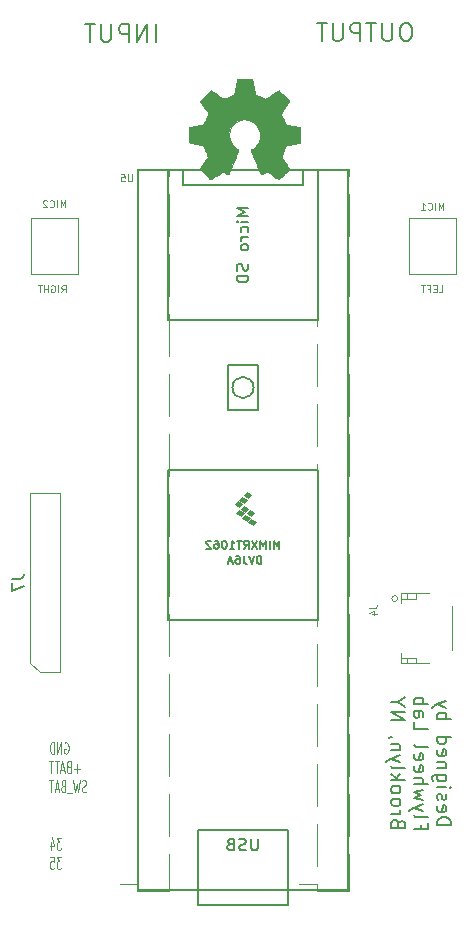
<source format=gbr>
%TF.GenerationSoftware,KiCad,Pcbnew,7.0.1-0*%
%TF.CreationDate,2024-02-14T11:54:31-05:00*%
%TF.ProjectId,Tympan_Rev_F,54796d70-616e-45f5-9265-765f462e6b69,rev?*%
%TF.SameCoordinates,Original*%
%TF.FileFunction,Legend,Bot*%
%TF.FilePolarity,Positive*%
%FSLAX46Y46*%
G04 Gerber Fmt 4.6, Leading zero omitted, Abs format (unit mm)*
G04 Created by KiCad (PCBNEW 7.0.1-0) date 2024-02-14 11:54:31*
%MOMM*%
%LPD*%
G01*
G04 APERTURE LIST*
%ADD10C,0.150000*%
%ADD11C,0.125000*%
%ADD12C,0.170000*%
%ADD13C,0.100000*%
%ADD14C,0.120000*%
%ADD15C,0.010000*%
G04 APERTURE END LIST*
D10*
X145992857Y-61293928D02*
X145992857Y-59793928D01*
X145278571Y-61293928D02*
X145278571Y-59793928D01*
X145278571Y-59793928D02*
X144421428Y-61293928D01*
X144421428Y-61293928D02*
X144421428Y-59793928D01*
X143707142Y-61293928D02*
X143707142Y-59793928D01*
X143707142Y-59793928D02*
X143135713Y-59793928D01*
X143135713Y-59793928D02*
X142992856Y-59865357D01*
X142992856Y-59865357D02*
X142921427Y-59936785D01*
X142921427Y-59936785D02*
X142849999Y-60079642D01*
X142849999Y-60079642D02*
X142849999Y-60293928D01*
X142849999Y-60293928D02*
X142921427Y-60436785D01*
X142921427Y-60436785D02*
X142992856Y-60508214D01*
X142992856Y-60508214D02*
X143135713Y-60579642D01*
X143135713Y-60579642D02*
X143707142Y-60579642D01*
X142207142Y-59793928D02*
X142207142Y-61008214D01*
X142207142Y-61008214D02*
X142135713Y-61151071D01*
X142135713Y-61151071D02*
X142064285Y-61222500D01*
X142064285Y-61222500D02*
X141921427Y-61293928D01*
X141921427Y-61293928D02*
X141635713Y-61293928D01*
X141635713Y-61293928D02*
X141492856Y-61222500D01*
X141492856Y-61222500D02*
X141421427Y-61151071D01*
X141421427Y-61151071D02*
X141349999Y-61008214D01*
X141349999Y-61008214D02*
X141349999Y-59793928D01*
X140849998Y-59793928D02*
X139992856Y-59793928D01*
X140421427Y-61293928D02*
X140421427Y-59793928D01*
X167307142Y-59693928D02*
X167021428Y-59693928D01*
X167021428Y-59693928D02*
X166878571Y-59765357D01*
X166878571Y-59765357D02*
X166735714Y-59908214D01*
X166735714Y-59908214D02*
X166664285Y-60193928D01*
X166664285Y-60193928D02*
X166664285Y-60693928D01*
X166664285Y-60693928D02*
X166735714Y-60979642D01*
X166735714Y-60979642D02*
X166878571Y-61122500D01*
X166878571Y-61122500D02*
X167021428Y-61193928D01*
X167021428Y-61193928D02*
X167307142Y-61193928D01*
X167307142Y-61193928D02*
X167450000Y-61122500D01*
X167450000Y-61122500D02*
X167592857Y-60979642D01*
X167592857Y-60979642D02*
X167664285Y-60693928D01*
X167664285Y-60693928D02*
X167664285Y-60193928D01*
X167664285Y-60193928D02*
X167592857Y-59908214D01*
X167592857Y-59908214D02*
X167450000Y-59765357D01*
X167450000Y-59765357D02*
X167307142Y-59693928D01*
X166021428Y-59693928D02*
X166021428Y-60908214D01*
X166021428Y-60908214D02*
X165949999Y-61051071D01*
X165949999Y-61051071D02*
X165878571Y-61122500D01*
X165878571Y-61122500D02*
X165735713Y-61193928D01*
X165735713Y-61193928D02*
X165449999Y-61193928D01*
X165449999Y-61193928D02*
X165307142Y-61122500D01*
X165307142Y-61122500D02*
X165235713Y-61051071D01*
X165235713Y-61051071D02*
X165164285Y-60908214D01*
X165164285Y-60908214D02*
X165164285Y-59693928D01*
X164664284Y-59693928D02*
X163807142Y-59693928D01*
X164235713Y-61193928D02*
X164235713Y-59693928D01*
X163307142Y-61193928D02*
X163307142Y-59693928D01*
X163307142Y-59693928D02*
X162735713Y-59693928D01*
X162735713Y-59693928D02*
X162592856Y-59765357D01*
X162592856Y-59765357D02*
X162521427Y-59836785D01*
X162521427Y-59836785D02*
X162449999Y-59979642D01*
X162449999Y-59979642D02*
X162449999Y-60193928D01*
X162449999Y-60193928D02*
X162521427Y-60336785D01*
X162521427Y-60336785D02*
X162592856Y-60408214D01*
X162592856Y-60408214D02*
X162735713Y-60479642D01*
X162735713Y-60479642D02*
X163307142Y-60479642D01*
X161807142Y-59693928D02*
X161807142Y-60908214D01*
X161807142Y-60908214D02*
X161735713Y-61051071D01*
X161735713Y-61051071D02*
X161664285Y-61122500D01*
X161664285Y-61122500D02*
X161521427Y-61193928D01*
X161521427Y-61193928D02*
X161235713Y-61193928D01*
X161235713Y-61193928D02*
X161092856Y-61122500D01*
X161092856Y-61122500D02*
X161021427Y-61051071D01*
X161021427Y-61051071D02*
X160949999Y-60908214D01*
X160949999Y-60908214D02*
X160949999Y-59693928D01*
X160449998Y-59693928D02*
X159592856Y-59693928D01*
X160021427Y-61193928D02*
X160021427Y-59693928D01*
D11*
X138271428Y-120600238D02*
X138328571Y-120552619D01*
X138328571Y-120552619D02*
X138414285Y-120552619D01*
X138414285Y-120552619D02*
X138499999Y-120600238D01*
X138499999Y-120600238D02*
X138557142Y-120695476D01*
X138557142Y-120695476D02*
X138585713Y-120790714D01*
X138585713Y-120790714D02*
X138614285Y-120981190D01*
X138614285Y-120981190D02*
X138614285Y-121124047D01*
X138614285Y-121124047D02*
X138585713Y-121314523D01*
X138585713Y-121314523D02*
X138557142Y-121409761D01*
X138557142Y-121409761D02*
X138499999Y-121505000D01*
X138499999Y-121505000D02*
X138414285Y-121552619D01*
X138414285Y-121552619D02*
X138357142Y-121552619D01*
X138357142Y-121552619D02*
X138271428Y-121505000D01*
X138271428Y-121505000D02*
X138242856Y-121457380D01*
X138242856Y-121457380D02*
X138242856Y-121124047D01*
X138242856Y-121124047D02*
X138357142Y-121124047D01*
X137985713Y-121552619D02*
X137985713Y-120552619D01*
X137985713Y-120552619D02*
X137642856Y-121552619D01*
X137642856Y-121552619D02*
X137642856Y-120552619D01*
X137357142Y-121552619D02*
X137357142Y-120552619D01*
X137357142Y-120552619D02*
X137214285Y-120552619D01*
X137214285Y-120552619D02*
X137128571Y-120600238D01*
X137128571Y-120600238D02*
X137071428Y-120695476D01*
X137071428Y-120695476D02*
X137042857Y-120790714D01*
X137042857Y-120790714D02*
X137014285Y-120981190D01*
X137014285Y-120981190D02*
X137014285Y-121124047D01*
X137014285Y-121124047D02*
X137042857Y-121314523D01*
X137042857Y-121314523D02*
X137071428Y-121409761D01*
X137071428Y-121409761D02*
X137128571Y-121505000D01*
X137128571Y-121505000D02*
X137214285Y-121552619D01*
X137214285Y-121552619D02*
X137357142Y-121552619D01*
X139528571Y-122791666D02*
X139071429Y-122791666D01*
X139300000Y-123172619D02*
X139300000Y-122410714D01*
X138585714Y-122648809D02*
X138500000Y-122696428D01*
X138500000Y-122696428D02*
X138471429Y-122744047D01*
X138471429Y-122744047D02*
X138442857Y-122839285D01*
X138442857Y-122839285D02*
X138442857Y-122982142D01*
X138442857Y-122982142D02*
X138471429Y-123077380D01*
X138471429Y-123077380D02*
X138500000Y-123125000D01*
X138500000Y-123125000D02*
X138557143Y-123172619D01*
X138557143Y-123172619D02*
X138785714Y-123172619D01*
X138785714Y-123172619D02*
X138785714Y-122172619D01*
X138785714Y-122172619D02*
X138585714Y-122172619D01*
X138585714Y-122172619D02*
X138528572Y-122220238D01*
X138528572Y-122220238D02*
X138500000Y-122267857D01*
X138500000Y-122267857D02*
X138471429Y-122363095D01*
X138471429Y-122363095D02*
X138471429Y-122458333D01*
X138471429Y-122458333D02*
X138500000Y-122553571D01*
X138500000Y-122553571D02*
X138528572Y-122601190D01*
X138528572Y-122601190D02*
X138585714Y-122648809D01*
X138585714Y-122648809D02*
X138785714Y-122648809D01*
X138214286Y-122886904D02*
X137928572Y-122886904D01*
X138271429Y-123172619D02*
X138071429Y-122172619D01*
X138071429Y-122172619D02*
X137871429Y-123172619D01*
X137757143Y-122172619D02*
X137414286Y-122172619D01*
X137585714Y-123172619D02*
X137585714Y-122172619D01*
X137300000Y-122172619D02*
X136957143Y-122172619D01*
X137128571Y-123172619D02*
X137128571Y-122172619D01*
X140071429Y-124745000D02*
X139985715Y-124792619D01*
X139985715Y-124792619D02*
X139842857Y-124792619D01*
X139842857Y-124792619D02*
X139785715Y-124745000D01*
X139785715Y-124745000D02*
X139757143Y-124697380D01*
X139757143Y-124697380D02*
X139728572Y-124602142D01*
X139728572Y-124602142D02*
X139728572Y-124506904D01*
X139728572Y-124506904D02*
X139757143Y-124411666D01*
X139757143Y-124411666D02*
X139785715Y-124364047D01*
X139785715Y-124364047D02*
X139842857Y-124316428D01*
X139842857Y-124316428D02*
X139957143Y-124268809D01*
X139957143Y-124268809D02*
X140014286Y-124221190D01*
X140014286Y-124221190D02*
X140042857Y-124173571D01*
X140042857Y-124173571D02*
X140071429Y-124078333D01*
X140071429Y-124078333D02*
X140071429Y-123983095D01*
X140071429Y-123983095D02*
X140042857Y-123887857D01*
X140042857Y-123887857D02*
X140014286Y-123840238D01*
X140014286Y-123840238D02*
X139957143Y-123792619D01*
X139957143Y-123792619D02*
X139814286Y-123792619D01*
X139814286Y-123792619D02*
X139728572Y-123840238D01*
X139528571Y-123792619D02*
X139385714Y-124792619D01*
X139385714Y-124792619D02*
X139271428Y-124078333D01*
X139271428Y-124078333D02*
X139157143Y-124792619D01*
X139157143Y-124792619D02*
X139014286Y-123792619D01*
X138928572Y-124887857D02*
X138471429Y-124887857D01*
X138128571Y-124268809D02*
X138042857Y-124316428D01*
X138042857Y-124316428D02*
X138014286Y-124364047D01*
X138014286Y-124364047D02*
X137985714Y-124459285D01*
X137985714Y-124459285D02*
X137985714Y-124602142D01*
X137985714Y-124602142D02*
X138014286Y-124697380D01*
X138014286Y-124697380D02*
X138042857Y-124745000D01*
X138042857Y-124745000D02*
X138100000Y-124792619D01*
X138100000Y-124792619D02*
X138328571Y-124792619D01*
X138328571Y-124792619D02*
X138328571Y-123792619D01*
X138328571Y-123792619D02*
X138128571Y-123792619D01*
X138128571Y-123792619D02*
X138071429Y-123840238D01*
X138071429Y-123840238D02*
X138042857Y-123887857D01*
X138042857Y-123887857D02*
X138014286Y-123983095D01*
X138014286Y-123983095D02*
X138014286Y-124078333D01*
X138014286Y-124078333D02*
X138042857Y-124173571D01*
X138042857Y-124173571D02*
X138071429Y-124221190D01*
X138071429Y-124221190D02*
X138128571Y-124268809D01*
X138128571Y-124268809D02*
X138328571Y-124268809D01*
X137757143Y-124506904D02*
X137471429Y-124506904D01*
X137814286Y-124792619D02*
X137614286Y-123792619D01*
X137614286Y-123792619D02*
X137414286Y-124792619D01*
X137300000Y-123792619D02*
X136957143Y-123792619D01*
X137128571Y-124792619D02*
X137128571Y-123792619D01*
X137957143Y-128652619D02*
X137585715Y-128652619D01*
X137585715Y-128652619D02*
X137785715Y-129033571D01*
X137785715Y-129033571D02*
X137700000Y-129033571D01*
X137700000Y-129033571D02*
X137642858Y-129081190D01*
X137642858Y-129081190D02*
X137614286Y-129128809D01*
X137614286Y-129128809D02*
X137585715Y-129224047D01*
X137585715Y-129224047D02*
X137585715Y-129462142D01*
X137585715Y-129462142D02*
X137614286Y-129557380D01*
X137614286Y-129557380D02*
X137642858Y-129605000D01*
X137642858Y-129605000D02*
X137700000Y-129652619D01*
X137700000Y-129652619D02*
X137871429Y-129652619D01*
X137871429Y-129652619D02*
X137928572Y-129605000D01*
X137928572Y-129605000D02*
X137957143Y-129557380D01*
X137071429Y-128985952D02*
X137071429Y-129652619D01*
X137214286Y-128605000D02*
X137357143Y-129319285D01*
X137357143Y-129319285D02*
X136985714Y-129319285D01*
X137957143Y-130272619D02*
X137585715Y-130272619D01*
X137585715Y-130272619D02*
X137785715Y-130653571D01*
X137785715Y-130653571D02*
X137700000Y-130653571D01*
X137700000Y-130653571D02*
X137642858Y-130701190D01*
X137642858Y-130701190D02*
X137614286Y-130748809D01*
X137614286Y-130748809D02*
X137585715Y-130844047D01*
X137585715Y-130844047D02*
X137585715Y-131082142D01*
X137585715Y-131082142D02*
X137614286Y-131177380D01*
X137614286Y-131177380D02*
X137642858Y-131225000D01*
X137642858Y-131225000D02*
X137700000Y-131272619D01*
X137700000Y-131272619D02*
X137871429Y-131272619D01*
X137871429Y-131272619D02*
X137928572Y-131225000D01*
X137928572Y-131225000D02*
X137957143Y-131177380D01*
X137042857Y-130272619D02*
X137328571Y-130272619D01*
X137328571Y-130272619D02*
X137357143Y-130748809D01*
X137357143Y-130748809D02*
X137328571Y-130701190D01*
X137328571Y-130701190D02*
X137271429Y-130653571D01*
X137271429Y-130653571D02*
X137128571Y-130653571D01*
X137128571Y-130653571D02*
X137071429Y-130701190D01*
X137071429Y-130701190D02*
X137042857Y-130748809D01*
X137042857Y-130748809D02*
X137014286Y-130844047D01*
X137014286Y-130844047D02*
X137014286Y-131082142D01*
X137014286Y-131082142D02*
X137042857Y-131177380D01*
X137042857Y-131177380D02*
X137071429Y-131225000D01*
X137071429Y-131225000D02*
X137128571Y-131272619D01*
X137128571Y-131272619D02*
X137271429Y-131272619D01*
X137271429Y-131272619D02*
X137328571Y-131225000D01*
X137328571Y-131225000D02*
X137357143Y-131177380D01*
X137999999Y-82477571D02*
X138199999Y-82191857D01*
X138342856Y-82477571D02*
X138342856Y-81877571D01*
X138342856Y-81877571D02*
X138114285Y-81877571D01*
X138114285Y-81877571D02*
X138057142Y-81906142D01*
X138057142Y-81906142D02*
X138028571Y-81934714D01*
X138028571Y-81934714D02*
X137999999Y-81991857D01*
X137999999Y-81991857D02*
X137999999Y-82077571D01*
X137999999Y-82077571D02*
X138028571Y-82134714D01*
X138028571Y-82134714D02*
X138057142Y-82163285D01*
X138057142Y-82163285D02*
X138114285Y-82191857D01*
X138114285Y-82191857D02*
X138342856Y-82191857D01*
X137742856Y-82477571D02*
X137742856Y-81877571D01*
X137142857Y-81906142D02*
X137200000Y-81877571D01*
X137200000Y-81877571D02*
X137285714Y-81877571D01*
X137285714Y-81877571D02*
X137371428Y-81906142D01*
X137371428Y-81906142D02*
X137428571Y-81963285D01*
X137428571Y-81963285D02*
X137457142Y-82020428D01*
X137457142Y-82020428D02*
X137485714Y-82134714D01*
X137485714Y-82134714D02*
X137485714Y-82220428D01*
X137485714Y-82220428D02*
X137457142Y-82334714D01*
X137457142Y-82334714D02*
X137428571Y-82391857D01*
X137428571Y-82391857D02*
X137371428Y-82449000D01*
X137371428Y-82449000D02*
X137285714Y-82477571D01*
X137285714Y-82477571D02*
X137228571Y-82477571D01*
X137228571Y-82477571D02*
X137142857Y-82449000D01*
X137142857Y-82449000D02*
X137114285Y-82420428D01*
X137114285Y-82420428D02*
X137114285Y-82220428D01*
X137114285Y-82220428D02*
X137228571Y-82220428D01*
X136857142Y-82477571D02*
X136857142Y-81877571D01*
X136857142Y-82163285D02*
X136514285Y-82163285D01*
X136514285Y-82477571D02*
X136514285Y-81877571D01*
X136314286Y-81877571D02*
X135971429Y-81877571D01*
X136142857Y-82477571D02*
X136142857Y-81877571D01*
D12*
X169788857Y-127599999D02*
X170988857Y-127599999D01*
X170988857Y-127599999D02*
X170988857Y-127314285D01*
X170988857Y-127314285D02*
X170931714Y-127142856D01*
X170931714Y-127142856D02*
X170817428Y-127028571D01*
X170817428Y-127028571D02*
X170703142Y-126971428D01*
X170703142Y-126971428D02*
X170474571Y-126914285D01*
X170474571Y-126914285D02*
X170303142Y-126914285D01*
X170303142Y-126914285D02*
X170074571Y-126971428D01*
X170074571Y-126971428D02*
X169960285Y-127028571D01*
X169960285Y-127028571D02*
X169846000Y-127142856D01*
X169846000Y-127142856D02*
X169788857Y-127314285D01*
X169788857Y-127314285D02*
X169788857Y-127599999D01*
X169846000Y-125942856D02*
X169788857Y-126057142D01*
X169788857Y-126057142D02*
X169788857Y-126285714D01*
X169788857Y-126285714D02*
X169846000Y-126399999D01*
X169846000Y-126399999D02*
X169960285Y-126457142D01*
X169960285Y-126457142D02*
X170417428Y-126457142D01*
X170417428Y-126457142D02*
X170531714Y-126399999D01*
X170531714Y-126399999D02*
X170588857Y-126285714D01*
X170588857Y-126285714D02*
X170588857Y-126057142D01*
X170588857Y-126057142D02*
X170531714Y-125942856D01*
X170531714Y-125942856D02*
X170417428Y-125885714D01*
X170417428Y-125885714D02*
X170303142Y-125885714D01*
X170303142Y-125885714D02*
X170188857Y-126457142D01*
X169846000Y-125428571D02*
X169788857Y-125314285D01*
X169788857Y-125314285D02*
X169788857Y-125085714D01*
X169788857Y-125085714D02*
X169846000Y-124971428D01*
X169846000Y-124971428D02*
X169960285Y-124914285D01*
X169960285Y-124914285D02*
X170017428Y-124914285D01*
X170017428Y-124914285D02*
X170131714Y-124971428D01*
X170131714Y-124971428D02*
X170188857Y-125085714D01*
X170188857Y-125085714D02*
X170188857Y-125257143D01*
X170188857Y-125257143D02*
X170246000Y-125371428D01*
X170246000Y-125371428D02*
X170360285Y-125428571D01*
X170360285Y-125428571D02*
X170417428Y-125428571D01*
X170417428Y-125428571D02*
X170531714Y-125371428D01*
X170531714Y-125371428D02*
X170588857Y-125257143D01*
X170588857Y-125257143D02*
X170588857Y-125085714D01*
X170588857Y-125085714D02*
X170531714Y-124971428D01*
X169788857Y-124399999D02*
X170588857Y-124399999D01*
X170988857Y-124399999D02*
X170931714Y-124457142D01*
X170931714Y-124457142D02*
X170874571Y-124399999D01*
X170874571Y-124399999D02*
X170931714Y-124342856D01*
X170931714Y-124342856D02*
X170988857Y-124399999D01*
X170988857Y-124399999D02*
X170874571Y-124399999D01*
X170588857Y-123314285D02*
X169617428Y-123314285D01*
X169617428Y-123314285D02*
X169503142Y-123371427D01*
X169503142Y-123371427D02*
X169446000Y-123428570D01*
X169446000Y-123428570D02*
X169388857Y-123542856D01*
X169388857Y-123542856D02*
X169388857Y-123714285D01*
X169388857Y-123714285D02*
X169446000Y-123828570D01*
X169846000Y-123314285D02*
X169788857Y-123428570D01*
X169788857Y-123428570D02*
X169788857Y-123657142D01*
X169788857Y-123657142D02*
X169846000Y-123771427D01*
X169846000Y-123771427D02*
X169903142Y-123828570D01*
X169903142Y-123828570D02*
X170017428Y-123885713D01*
X170017428Y-123885713D02*
X170360285Y-123885713D01*
X170360285Y-123885713D02*
X170474571Y-123828570D01*
X170474571Y-123828570D02*
X170531714Y-123771427D01*
X170531714Y-123771427D02*
X170588857Y-123657142D01*
X170588857Y-123657142D02*
X170588857Y-123428570D01*
X170588857Y-123428570D02*
X170531714Y-123314285D01*
X170588857Y-122742856D02*
X169788857Y-122742856D01*
X170474571Y-122742856D02*
X170531714Y-122685713D01*
X170531714Y-122685713D02*
X170588857Y-122571428D01*
X170588857Y-122571428D02*
X170588857Y-122399999D01*
X170588857Y-122399999D02*
X170531714Y-122285713D01*
X170531714Y-122285713D02*
X170417428Y-122228571D01*
X170417428Y-122228571D02*
X169788857Y-122228571D01*
X169846000Y-121199999D02*
X169788857Y-121314285D01*
X169788857Y-121314285D02*
X169788857Y-121542857D01*
X169788857Y-121542857D02*
X169846000Y-121657142D01*
X169846000Y-121657142D02*
X169960285Y-121714285D01*
X169960285Y-121714285D02*
X170417428Y-121714285D01*
X170417428Y-121714285D02*
X170531714Y-121657142D01*
X170531714Y-121657142D02*
X170588857Y-121542857D01*
X170588857Y-121542857D02*
X170588857Y-121314285D01*
X170588857Y-121314285D02*
X170531714Y-121199999D01*
X170531714Y-121199999D02*
X170417428Y-121142857D01*
X170417428Y-121142857D02*
X170303142Y-121142857D01*
X170303142Y-121142857D02*
X170188857Y-121714285D01*
X169788857Y-120114286D02*
X170988857Y-120114286D01*
X169846000Y-120114286D02*
X169788857Y-120228571D01*
X169788857Y-120228571D02*
X169788857Y-120457143D01*
X169788857Y-120457143D02*
X169846000Y-120571428D01*
X169846000Y-120571428D02*
X169903142Y-120628571D01*
X169903142Y-120628571D02*
X170017428Y-120685714D01*
X170017428Y-120685714D02*
X170360285Y-120685714D01*
X170360285Y-120685714D02*
X170474571Y-120628571D01*
X170474571Y-120628571D02*
X170531714Y-120571428D01*
X170531714Y-120571428D02*
X170588857Y-120457143D01*
X170588857Y-120457143D02*
X170588857Y-120228571D01*
X170588857Y-120228571D02*
X170531714Y-120114286D01*
X169788857Y-118628571D02*
X170988857Y-118628571D01*
X170531714Y-118628571D02*
X170588857Y-118514286D01*
X170588857Y-118514286D02*
X170588857Y-118285714D01*
X170588857Y-118285714D02*
X170531714Y-118171428D01*
X170531714Y-118171428D02*
X170474571Y-118114286D01*
X170474571Y-118114286D02*
X170360285Y-118057143D01*
X170360285Y-118057143D02*
X170017428Y-118057143D01*
X170017428Y-118057143D02*
X169903142Y-118114286D01*
X169903142Y-118114286D02*
X169846000Y-118171428D01*
X169846000Y-118171428D02*
X169788857Y-118285714D01*
X169788857Y-118285714D02*
X169788857Y-118514286D01*
X169788857Y-118514286D02*
X169846000Y-118628571D01*
X170588857Y-117657143D02*
X169788857Y-117371429D01*
X170588857Y-117085714D02*
X169788857Y-117371429D01*
X169788857Y-117371429D02*
X169503142Y-117485714D01*
X169503142Y-117485714D02*
X169446000Y-117542857D01*
X169446000Y-117542857D02*
X169388857Y-117657143D01*
X168473428Y-127542855D02*
X168473428Y-127942855D01*
X167844857Y-127942855D02*
X169044857Y-127942855D01*
X169044857Y-127942855D02*
X169044857Y-127371427D01*
X167844857Y-126742856D02*
X167902000Y-126857141D01*
X167902000Y-126857141D02*
X168016285Y-126914284D01*
X168016285Y-126914284D02*
X169044857Y-126914284D01*
X168644857Y-126399999D02*
X167844857Y-126114285D01*
X168644857Y-125828570D02*
X167844857Y-126114285D01*
X167844857Y-126114285D02*
X167559142Y-126228570D01*
X167559142Y-126228570D02*
X167502000Y-126285713D01*
X167502000Y-126285713D02*
X167444857Y-126399999D01*
X168644857Y-125485713D02*
X167844857Y-125257142D01*
X167844857Y-125257142D02*
X168416285Y-125028570D01*
X168416285Y-125028570D02*
X167844857Y-124799999D01*
X167844857Y-124799999D02*
X168644857Y-124571427D01*
X167844857Y-124114284D02*
X169044857Y-124114284D01*
X167844857Y-123599999D02*
X168473428Y-123599999D01*
X168473428Y-123599999D02*
X168587714Y-123657141D01*
X168587714Y-123657141D02*
X168644857Y-123771427D01*
X168644857Y-123771427D02*
X168644857Y-123942856D01*
X168644857Y-123942856D02*
X168587714Y-124057141D01*
X168587714Y-124057141D02*
X168530571Y-124114284D01*
X167902000Y-122571427D02*
X167844857Y-122685713D01*
X167844857Y-122685713D02*
X167844857Y-122914285D01*
X167844857Y-122914285D02*
X167902000Y-123028570D01*
X167902000Y-123028570D02*
X168016285Y-123085713D01*
X168016285Y-123085713D02*
X168473428Y-123085713D01*
X168473428Y-123085713D02*
X168587714Y-123028570D01*
X168587714Y-123028570D02*
X168644857Y-122914285D01*
X168644857Y-122914285D02*
X168644857Y-122685713D01*
X168644857Y-122685713D02*
X168587714Y-122571427D01*
X168587714Y-122571427D02*
X168473428Y-122514285D01*
X168473428Y-122514285D02*
X168359142Y-122514285D01*
X168359142Y-122514285D02*
X168244857Y-123085713D01*
X167902000Y-121542856D02*
X167844857Y-121657142D01*
X167844857Y-121657142D02*
X167844857Y-121885714D01*
X167844857Y-121885714D02*
X167902000Y-121999999D01*
X167902000Y-121999999D02*
X168016285Y-122057142D01*
X168016285Y-122057142D02*
X168473428Y-122057142D01*
X168473428Y-122057142D02*
X168587714Y-121999999D01*
X168587714Y-121999999D02*
X168644857Y-121885714D01*
X168644857Y-121885714D02*
X168644857Y-121657142D01*
X168644857Y-121657142D02*
X168587714Y-121542856D01*
X168587714Y-121542856D02*
X168473428Y-121485714D01*
X168473428Y-121485714D02*
X168359142Y-121485714D01*
X168359142Y-121485714D02*
X168244857Y-122057142D01*
X167844857Y-120800000D02*
X167902000Y-120914285D01*
X167902000Y-120914285D02*
X168016285Y-120971428D01*
X168016285Y-120971428D02*
X169044857Y-120971428D01*
X167844857Y-118857143D02*
X167844857Y-119428571D01*
X167844857Y-119428571D02*
X169044857Y-119428571D01*
X167844857Y-117942857D02*
X168473428Y-117942857D01*
X168473428Y-117942857D02*
X168587714Y-117999999D01*
X168587714Y-117999999D02*
X168644857Y-118114285D01*
X168644857Y-118114285D02*
X168644857Y-118342857D01*
X168644857Y-118342857D02*
X168587714Y-118457142D01*
X167902000Y-117942857D02*
X167844857Y-118057142D01*
X167844857Y-118057142D02*
X167844857Y-118342857D01*
X167844857Y-118342857D02*
X167902000Y-118457142D01*
X167902000Y-118457142D02*
X168016285Y-118514285D01*
X168016285Y-118514285D02*
X168130571Y-118514285D01*
X168130571Y-118514285D02*
X168244857Y-118457142D01*
X168244857Y-118457142D02*
X168302000Y-118342857D01*
X168302000Y-118342857D02*
X168302000Y-118057142D01*
X168302000Y-118057142D02*
X168359142Y-117942857D01*
X167844857Y-117371428D02*
X169044857Y-117371428D01*
X168587714Y-117371428D02*
X168644857Y-117257143D01*
X168644857Y-117257143D02*
X168644857Y-117028571D01*
X168644857Y-117028571D02*
X168587714Y-116914285D01*
X168587714Y-116914285D02*
X168530571Y-116857143D01*
X168530571Y-116857143D02*
X168416285Y-116800000D01*
X168416285Y-116800000D02*
X168073428Y-116800000D01*
X168073428Y-116800000D02*
X167959142Y-116857143D01*
X167959142Y-116857143D02*
X167902000Y-116914285D01*
X167902000Y-116914285D02*
X167844857Y-117028571D01*
X167844857Y-117028571D02*
X167844857Y-117257143D01*
X167844857Y-117257143D02*
X167902000Y-117371428D01*
X166529428Y-127457142D02*
X166472285Y-127285714D01*
X166472285Y-127285714D02*
X166415142Y-127228571D01*
X166415142Y-127228571D02*
X166300857Y-127171428D01*
X166300857Y-127171428D02*
X166129428Y-127171428D01*
X166129428Y-127171428D02*
X166015142Y-127228571D01*
X166015142Y-127228571D02*
X165958000Y-127285714D01*
X165958000Y-127285714D02*
X165900857Y-127399999D01*
X165900857Y-127399999D02*
X165900857Y-127857142D01*
X165900857Y-127857142D02*
X167100857Y-127857142D01*
X167100857Y-127857142D02*
X167100857Y-127457142D01*
X167100857Y-127457142D02*
X167043714Y-127342857D01*
X167043714Y-127342857D02*
X166986571Y-127285714D01*
X166986571Y-127285714D02*
X166872285Y-127228571D01*
X166872285Y-127228571D02*
X166758000Y-127228571D01*
X166758000Y-127228571D02*
X166643714Y-127285714D01*
X166643714Y-127285714D02*
X166586571Y-127342857D01*
X166586571Y-127342857D02*
X166529428Y-127457142D01*
X166529428Y-127457142D02*
X166529428Y-127857142D01*
X165900857Y-126657142D02*
X166700857Y-126657142D01*
X166472285Y-126657142D02*
X166586571Y-126599999D01*
X166586571Y-126599999D02*
X166643714Y-126542857D01*
X166643714Y-126542857D02*
X166700857Y-126428571D01*
X166700857Y-126428571D02*
X166700857Y-126314285D01*
X165900857Y-125742857D02*
X165958000Y-125857142D01*
X165958000Y-125857142D02*
X166015142Y-125914285D01*
X166015142Y-125914285D02*
X166129428Y-125971428D01*
X166129428Y-125971428D02*
X166472285Y-125971428D01*
X166472285Y-125971428D02*
X166586571Y-125914285D01*
X166586571Y-125914285D02*
X166643714Y-125857142D01*
X166643714Y-125857142D02*
X166700857Y-125742857D01*
X166700857Y-125742857D02*
X166700857Y-125571428D01*
X166700857Y-125571428D02*
X166643714Y-125457142D01*
X166643714Y-125457142D02*
X166586571Y-125400000D01*
X166586571Y-125400000D02*
X166472285Y-125342857D01*
X166472285Y-125342857D02*
X166129428Y-125342857D01*
X166129428Y-125342857D02*
X166015142Y-125400000D01*
X166015142Y-125400000D02*
X165958000Y-125457142D01*
X165958000Y-125457142D02*
X165900857Y-125571428D01*
X165900857Y-125571428D02*
X165900857Y-125742857D01*
X165900857Y-124657143D02*
X165958000Y-124771428D01*
X165958000Y-124771428D02*
X166015142Y-124828571D01*
X166015142Y-124828571D02*
X166129428Y-124885714D01*
X166129428Y-124885714D02*
X166472285Y-124885714D01*
X166472285Y-124885714D02*
X166586571Y-124828571D01*
X166586571Y-124828571D02*
X166643714Y-124771428D01*
X166643714Y-124771428D02*
X166700857Y-124657143D01*
X166700857Y-124657143D02*
X166700857Y-124485714D01*
X166700857Y-124485714D02*
X166643714Y-124371428D01*
X166643714Y-124371428D02*
X166586571Y-124314286D01*
X166586571Y-124314286D02*
X166472285Y-124257143D01*
X166472285Y-124257143D02*
X166129428Y-124257143D01*
X166129428Y-124257143D02*
X166015142Y-124314286D01*
X166015142Y-124314286D02*
X165958000Y-124371428D01*
X165958000Y-124371428D02*
X165900857Y-124485714D01*
X165900857Y-124485714D02*
X165900857Y-124657143D01*
X165900857Y-123742857D02*
X167100857Y-123742857D01*
X166358000Y-123628572D02*
X165900857Y-123285714D01*
X166700857Y-123285714D02*
X166243714Y-123742857D01*
X165900857Y-122600000D02*
X165958000Y-122714285D01*
X165958000Y-122714285D02*
X166072285Y-122771428D01*
X166072285Y-122771428D02*
X167100857Y-122771428D01*
X166700857Y-122257143D02*
X165900857Y-121971429D01*
X166700857Y-121685714D02*
X165900857Y-121971429D01*
X165900857Y-121971429D02*
X165615142Y-122085714D01*
X165615142Y-122085714D02*
X165558000Y-122142857D01*
X165558000Y-122142857D02*
X165500857Y-122257143D01*
X166700857Y-121228571D02*
X165900857Y-121228571D01*
X166586571Y-121228571D02*
X166643714Y-121171428D01*
X166643714Y-121171428D02*
X166700857Y-121057143D01*
X166700857Y-121057143D02*
X166700857Y-120885714D01*
X166700857Y-120885714D02*
X166643714Y-120771428D01*
X166643714Y-120771428D02*
X166529428Y-120714286D01*
X166529428Y-120714286D02*
X165900857Y-120714286D01*
X165958000Y-120085714D02*
X165900857Y-120085714D01*
X165900857Y-120085714D02*
X165786571Y-120142857D01*
X165786571Y-120142857D02*
X165729428Y-120200000D01*
X165900857Y-118657142D02*
X167100857Y-118657142D01*
X167100857Y-118657142D02*
X165900857Y-117971428D01*
X165900857Y-117971428D02*
X167100857Y-117971428D01*
X166472285Y-117171428D02*
X165900857Y-117171428D01*
X167100857Y-117571428D02*
X166472285Y-117171428D01*
X166472285Y-117171428D02*
X167100857Y-116771428D01*
D11*
X169971428Y-82477571D02*
X170257142Y-82477571D01*
X170257142Y-82477571D02*
X170257142Y-81877571D01*
X169771428Y-82163285D02*
X169571428Y-82163285D01*
X169485714Y-82477571D02*
X169771428Y-82477571D01*
X169771428Y-82477571D02*
X169771428Y-81877571D01*
X169771428Y-81877571D02*
X169485714Y-81877571D01*
X169028571Y-82163285D02*
X169228571Y-82163285D01*
X169228571Y-82477571D02*
X169228571Y-81877571D01*
X169228571Y-81877571D02*
X168942857Y-81877571D01*
X168800000Y-81877571D02*
X168457143Y-81877571D01*
X168628571Y-82477571D02*
X168628571Y-81877571D01*
X170328570Y-75477571D02*
X170328570Y-74877571D01*
X170328570Y-74877571D02*
X170128570Y-75306142D01*
X170128570Y-75306142D02*
X169928570Y-74877571D01*
X169928570Y-74877571D02*
X169928570Y-75477571D01*
X169642856Y-75477571D02*
X169642856Y-74877571D01*
X169014285Y-75420428D02*
X169042857Y-75449000D01*
X169042857Y-75449000D02*
X169128571Y-75477571D01*
X169128571Y-75477571D02*
X169185714Y-75477571D01*
X169185714Y-75477571D02*
X169271428Y-75449000D01*
X169271428Y-75449000D02*
X169328571Y-75391857D01*
X169328571Y-75391857D02*
X169357142Y-75334714D01*
X169357142Y-75334714D02*
X169385714Y-75220428D01*
X169385714Y-75220428D02*
X169385714Y-75134714D01*
X169385714Y-75134714D02*
X169357142Y-75020428D01*
X169357142Y-75020428D02*
X169328571Y-74963285D01*
X169328571Y-74963285D02*
X169271428Y-74906142D01*
X169271428Y-74906142D02*
X169185714Y-74877571D01*
X169185714Y-74877571D02*
X169128571Y-74877571D01*
X169128571Y-74877571D02*
X169042857Y-74906142D01*
X169042857Y-74906142D02*
X169014285Y-74934714D01*
X168442857Y-75477571D02*
X168785714Y-75477571D01*
X168614285Y-75477571D02*
X168614285Y-74877571D01*
X168614285Y-74877571D02*
X168671428Y-74963285D01*
X168671428Y-74963285D02*
X168728571Y-75020428D01*
X168728571Y-75020428D02*
X168785714Y-75049000D01*
X138328570Y-75277571D02*
X138328570Y-74677571D01*
X138328570Y-74677571D02*
X138128570Y-75106142D01*
X138128570Y-75106142D02*
X137928570Y-74677571D01*
X137928570Y-74677571D02*
X137928570Y-75277571D01*
X137642856Y-75277571D02*
X137642856Y-74677571D01*
X137014285Y-75220428D02*
X137042857Y-75249000D01*
X137042857Y-75249000D02*
X137128571Y-75277571D01*
X137128571Y-75277571D02*
X137185714Y-75277571D01*
X137185714Y-75277571D02*
X137271428Y-75249000D01*
X137271428Y-75249000D02*
X137328571Y-75191857D01*
X137328571Y-75191857D02*
X137357142Y-75134714D01*
X137357142Y-75134714D02*
X137385714Y-75020428D01*
X137385714Y-75020428D02*
X137385714Y-74934714D01*
X137385714Y-74934714D02*
X137357142Y-74820428D01*
X137357142Y-74820428D02*
X137328571Y-74763285D01*
X137328571Y-74763285D02*
X137271428Y-74706142D01*
X137271428Y-74706142D02*
X137185714Y-74677571D01*
X137185714Y-74677571D02*
X137128571Y-74677571D01*
X137128571Y-74677571D02*
X137042857Y-74706142D01*
X137042857Y-74706142D02*
X137014285Y-74734714D01*
X136785714Y-74734714D02*
X136757142Y-74706142D01*
X136757142Y-74706142D02*
X136700000Y-74677571D01*
X136700000Y-74677571D02*
X136557142Y-74677571D01*
X136557142Y-74677571D02*
X136500000Y-74706142D01*
X136500000Y-74706142D02*
X136471428Y-74734714D01*
X136471428Y-74734714D02*
X136442857Y-74791857D01*
X136442857Y-74791857D02*
X136442857Y-74849000D01*
X136442857Y-74849000D02*
X136471428Y-74934714D01*
X136471428Y-74934714D02*
X136814285Y-75277571D01*
X136814285Y-75277571D02*
X136442857Y-75277571D01*
X143957142Y-72477571D02*
X143957142Y-72963285D01*
X143957142Y-72963285D02*
X143928571Y-73020428D01*
X143928571Y-73020428D02*
X143900000Y-73049000D01*
X143900000Y-73049000D02*
X143842857Y-73077571D01*
X143842857Y-73077571D02*
X143728571Y-73077571D01*
X143728571Y-73077571D02*
X143671428Y-73049000D01*
X143671428Y-73049000D02*
X143642857Y-73020428D01*
X143642857Y-73020428D02*
X143614285Y-72963285D01*
X143614285Y-72963285D02*
X143614285Y-72477571D01*
X143042857Y-72477571D02*
X143328571Y-72477571D01*
X143328571Y-72477571D02*
X143357143Y-72763285D01*
X143357143Y-72763285D02*
X143328571Y-72734714D01*
X143328571Y-72734714D02*
X143271429Y-72706142D01*
X143271429Y-72706142D02*
X143128571Y-72706142D01*
X143128571Y-72706142D02*
X143071429Y-72734714D01*
X143071429Y-72734714D02*
X143042857Y-72763285D01*
X143042857Y-72763285D02*
X143014286Y-72820428D01*
X143014286Y-72820428D02*
X143014286Y-72963285D01*
X143014286Y-72963285D02*
X143042857Y-73020428D01*
X143042857Y-73020428D02*
X143071429Y-73049000D01*
X143071429Y-73049000D02*
X143128571Y-73077571D01*
X143128571Y-73077571D02*
X143271429Y-73077571D01*
X143271429Y-73077571D02*
X143328571Y-73049000D01*
X143328571Y-73049000D02*
X143357143Y-73020428D01*
D10*
X154928333Y-105463833D02*
X154928333Y-104763833D01*
X154928333Y-104763833D02*
X154761666Y-104763833D01*
X154761666Y-104763833D02*
X154661666Y-104797166D01*
X154661666Y-104797166D02*
X154595000Y-104863833D01*
X154595000Y-104863833D02*
X154561666Y-104930500D01*
X154561666Y-104930500D02*
X154528333Y-105063833D01*
X154528333Y-105063833D02*
X154528333Y-105163833D01*
X154528333Y-105163833D02*
X154561666Y-105297166D01*
X154561666Y-105297166D02*
X154595000Y-105363833D01*
X154595000Y-105363833D02*
X154661666Y-105430500D01*
X154661666Y-105430500D02*
X154761666Y-105463833D01*
X154761666Y-105463833D02*
X154928333Y-105463833D01*
X154328333Y-104763833D02*
X154095000Y-105463833D01*
X154095000Y-105463833D02*
X153861666Y-104763833D01*
X153428333Y-104763833D02*
X153428333Y-105263833D01*
X153428333Y-105263833D02*
X153461666Y-105363833D01*
X153461666Y-105363833D02*
X153528333Y-105430500D01*
X153528333Y-105430500D02*
X153628333Y-105463833D01*
X153628333Y-105463833D02*
X153695000Y-105463833D01*
X152795000Y-104763833D02*
X152928333Y-104763833D01*
X152928333Y-104763833D02*
X152995000Y-104797166D01*
X152995000Y-104797166D02*
X153028333Y-104830500D01*
X153028333Y-104830500D02*
X153095000Y-104930500D01*
X153095000Y-104930500D02*
X153128333Y-105063833D01*
X153128333Y-105063833D02*
X153128333Y-105330500D01*
X153128333Y-105330500D02*
X153095000Y-105397166D01*
X153095000Y-105397166D02*
X153061667Y-105430500D01*
X153061667Y-105430500D02*
X152995000Y-105463833D01*
X152995000Y-105463833D02*
X152861667Y-105463833D01*
X152861667Y-105463833D02*
X152795000Y-105430500D01*
X152795000Y-105430500D02*
X152761667Y-105397166D01*
X152761667Y-105397166D02*
X152728333Y-105330500D01*
X152728333Y-105330500D02*
X152728333Y-105163833D01*
X152728333Y-105163833D02*
X152761667Y-105097166D01*
X152761667Y-105097166D02*
X152795000Y-105063833D01*
X152795000Y-105063833D02*
X152861667Y-105030500D01*
X152861667Y-105030500D02*
X152995000Y-105030500D01*
X152995000Y-105030500D02*
X153061667Y-105063833D01*
X153061667Y-105063833D02*
X153095000Y-105097166D01*
X153095000Y-105097166D02*
X153128333Y-105163833D01*
X152461666Y-105263833D02*
X152128333Y-105263833D01*
X152528333Y-105463833D02*
X152295000Y-104763833D01*
X152295000Y-104763833D02*
X152061666Y-105463833D01*
X153827619Y-75350952D02*
X152827619Y-75350952D01*
X152827619Y-75350952D02*
X153541904Y-75684285D01*
X153541904Y-75684285D02*
X152827619Y-76017618D01*
X152827619Y-76017618D02*
X153827619Y-76017618D01*
X153827619Y-76493809D02*
X153160952Y-76493809D01*
X152827619Y-76493809D02*
X152875238Y-76446190D01*
X152875238Y-76446190D02*
X152922857Y-76493809D01*
X152922857Y-76493809D02*
X152875238Y-76541428D01*
X152875238Y-76541428D02*
X152827619Y-76493809D01*
X152827619Y-76493809D02*
X152922857Y-76493809D01*
X153780000Y-77398570D02*
X153827619Y-77303332D01*
X153827619Y-77303332D02*
X153827619Y-77112856D01*
X153827619Y-77112856D02*
X153780000Y-77017618D01*
X153780000Y-77017618D02*
X153732380Y-76969999D01*
X153732380Y-76969999D02*
X153637142Y-76922380D01*
X153637142Y-76922380D02*
X153351428Y-76922380D01*
X153351428Y-76922380D02*
X153256190Y-76969999D01*
X153256190Y-76969999D02*
X153208571Y-77017618D01*
X153208571Y-77017618D02*
X153160952Y-77112856D01*
X153160952Y-77112856D02*
X153160952Y-77303332D01*
X153160952Y-77303332D02*
X153208571Y-77398570D01*
X153827619Y-77827142D02*
X153160952Y-77827142D01*
X153351428Y-77827142D02*
X153256190Y-77874761D01*
X153256190Y-77874761D02*
X153208571Y-77922380D01*
X153208571Y-77922380D02*
X153160952Y-78017618D01*
X153160952Y-78017618D02*
X153160952Y-78112856D01*
X153827619Y-78589047D02*
X153780000Y-78493809D01*
X153780000Y-78493809D02*
X153732380Y-78446190D01*
X153732380Y-78446190D02*
X153637142Y-78398571D01*
X153637142Y-78398571D02*
X153351428Y-78398571D01*
X153351428Y-78398571D02*
X153256190Y-78446190D01*
X153256190Y-78446190D02*
X153208571Y-78493809D01*
X153208571Y-78493809D02*
X153160952Y-78589047D01*
X153160952Y-78589047D02*
X153160952Y-78731904D01*
X153160952Y-78731904D02*
X153208571Y-78827142D01*
X153208571Y-78827142D02*
X153256190Y-78874761D01*
X153256190Y-78874761D02*
X153351428Y-78922380D01*
X153351428Y-78922380D02*
X153637142Y-78922380D01*
X153637142Y-78922380D02*
X153732380Y-78874761D01*
X153732380Y-78874761D02*
X153780000Y-78827142D01*
X153780000Y-78827142D02*
X153827619Y-78731904D01*
X153827619Y-78731904D02*
X153827619Y-78589047D01*
X153780000Y-80065238D02*
X153827619Y-80208095D01*
X153827619Y-80208095D02*
X153827619Y-80446190D01*
X153827619Y-80446190D02*
X153780000Y-80541428D01*
X153780000Y-80541428D02*
X153732380Y-80589047D01*
X153732380Y-80589047D02*
X153637142Y-80636666D01*
X153637142Y-80636666D02*
X153541904Y-80636666D01*
X153541904Y-80636666D02*
X153446666Y-80589047D01*
X153446666Y-80589047D02*
X153399047Y-80541428D01*
X153399047Y-80541428D02*
X153351428Y-80446190D01*
X153351428Y-80446190D02*
X153303809Y-80255714D01*
X153303809Y-80255714D02*
X153256190Y-80160476D01*
X153256190Y-80160476D02*
X153208571Y-80112857D01*
X153208571Y-80112857D02*
X153113333Y-80065238D01*
X153113333Y-80065238D02*
X153018095Y-80065238D01*
X153018095Y-80065238D02*
X152922857Y-80112857D01*
X152922857Y-80112857D02*
X152875238Y-80160476D01*
X152875238Y-80160476D02*
X152827619Y-80255714D01*
X152827619Y-80255714D02*
X152827619Y-80493809D01*
X152827619Y-80493809D02*
X152875238Y-80636666D01*
X153827619Y-81065238D02*
X152827619Y-81065238D01*
X152827619Y-81065238D02*
X152827619Y-81303333D01*
X152827619Y-81303333D02*
X152875238Y-81446190D01*
X152875238Y-81446190D02*
X152970476Y-81541428D01*
X152970476Y-81541428D02*
X153065714Y-81589047D01*
X153065714Y-81589047D02*
X153256190Y-81636666D01*
X153256190Y-81636666D02*
X153399047Y-81636666D01*
X153399047Y-81636666D02*
X153589523Y-81589047D01*
X153589523Y-81589047D02*
X153684761Y-81541428D01*
X153684761Y-81541428D02*
X153780000Y-81446190D01*
X153780000Y-81446190D02*
X153827619Y-81303333D01*
X153827619Y-81303333D02*
X153827619Y-81065238D01*
X154626904Y-128732619D02*
X154626904Y-129542142D01*
X154626904Y-129542142D02*
X154579285Y-129637380D01*
X154579285Y-129637380D02*
X154531666Y-129685000D01*
X154531666Y-129685000D02*
X154436428Y-129732619D01*
X154436428Y-129732619D02*
X154245952Y-129732619D01*
X154245952Y-129732619D02*
X154150714Y-129685000D01*
X154150714Y-129685000D02*
X154103095Y-129637380D01*
X154103095Y-129637380D02*
X154055476Y-129542142D01*
X154055476Y-129542142D02*
X154055476Y-128732619D01*
X153626904Y-129685000D02*
X153484047Y-129732619D01*
X153484047Y-129732619D02*
X153245952Y-129732619D01*
X153245952Y-129732619D02*
X153150714Y-129685000D01*
X153150714Y-129685000D02*
X153103095Y-129637380D01*
X153103095Y-129637380D02*
X153055476Y-129542142D01*
X153055476Y-129542142D02*
X153055476Y-129446904D01*
X153055476Y-129446904D02*
X153103095Y-129351666D01*
X153103095Y-129351666D02*
X153150714Y-129304047D01*
X153150714Y-129304047D02*
X153245952Y-129256428D01*
X153245952Y-129256428D02*
X153436428Y-129208809D01*
X153436428Y-129208809D02*
X153531666Y-129161190D01*
X153531666Y-129161190D02*
X153579285Y-129113571D01*
X153579285Y-129113571D02*
X153626904Y-129018333D01*
X153626904Y-129018333D02*
X153626904Y-128923095D01*
X153626904Y-128923095D02*
X153579285Y-128827857D01*
X153579285Y-128827857D02*
X153531666Y-128780238D01*
X153531666Y-128780238D02*
X153436428Y-128732619D01*
X153436428Y-128732619D02*
X153198333Y-128732619D01*
X153198333Y-128732619D02*
X153055476Y-128780238D01*
X152293571Y-129208809D02*
X152150714Y-129256428D01*
X152150714Y-129256428D02*
X152103095Y-129304047D01*
X152103095Y-129304047D02*
X152055476Y-129399285D01*
X152055476Y-129399285D02*
X152055476Y-129542142D01*
X152055476Y-129542142D02*
X152103095Y-129637380D01*
X152103095Y-129637380D02*
X152150714Y-129685000D01*
X152150714Y-129685000D02*
X152245952Y-129732619D01*
X152245952Y-129732619D02*
X152626904Y-129732619D01*
X152626904Y-129732619D02*
X152626904Y-128732619D01*
X152626904Y-128732619D02*
X152293571Y-128732619D01*
X152293571Y-128732619D02*
X152198333Y-128780238D01*
X152198333Y-128780238D02*
X152150714Y-128827857D01*
X152150714Y-128827857D02*
X152103095Y-128923095D01*
X152103095Y-128923095D02*
X152103095Y-129018333D01*
X152103095Y-129018333D02*
X152150714Y-129113571D01*
X152150714Y-129113571D02*
X152198333Y-129161190D01*
X152198333Y-129161190D02*
X152293571Y-129208809D01*
X152293571Y-129208809D02*
X152626904Y-129208809D01*
X156448333Y-104193833D02*
X156448333Y-103493833D01*
X156448333Y-103493833D02*
X156215000Y-103993833D01*
X156215000Y-103993833D02*
X155981666Y-103493833D01*
X155981666Y-103493833D02*
X155981666Y-104193833D01*
X155648333Y-104193833D02*
X155648333Y-103493833D01*
X155315000Y-104193833D02*
X155315000Y-103493833D01*
X155315000Y-103493833D02*
X155081667Y-103993833D01*
X155081667Y-103993833D02*
X154848333Y-103493833D01*
X154848333Y-103493833D02*
X154848333Y-104193833D01*
X154581667Y-103493833D02*
X154115000Y-104193833D01*
X154115000Y-103493833D02*
X154581667Y-104193833D01*
X153448333Y-104193833D02*
X153681666Y-103860500D01*
X153848333Y-104193833D02*
X153848333Y-103493833D01*
X153848333Y-103493833D02*
X153581666Y-103493833D01*
X153581666Y-103493833D02*
X153515000Y-103527166D01*
X153515000Y-103527166D02*
X153481666Y-103560500D01*
X153481666Y-103560500D02*
X153448333Y-103627166D01*
X153448333Y-103627166D02*
X153448333Y-103727166D01*
X153448333Y-103727166D02*
X153481666Y-103793833D01*
X153481666Y-103793833D02*
X153515000Y-103827166D01*
X153515000Y-103827166D02*
X153581666Y-103860500D01*
X153581666Y-103860500D02*
X153848333Y-103860500D01*
X153248333Y-103493833D02*
X152848333Y-103493833D01*
X153048333Y-104193833D02*
X153048333Y-103493833D01*
X152248333Y-104193833D02*
X152648333Y-104193833D01*
X152448333Y-104193833D02*
X152448333Y-103493833D01*
X152448333Y-103493833D02*
X152515000Y-103593833D01*
X152515000Y-103593833D02*
X152581667Y-103660500D01*
X152581667Y-103660500D02*
X152648333Y-103693833D01*
X151815000Y-103493833D02*
X151748333Y-103493833D01*
X151748333Y-103493833D02*
X151681666Y-103527166D01*
X151681666Y-103527166D02*
X151648333Y-103560500D01*
X151648333Y-103560500D02*
X151615000Y-103627166D01*
X151615000Y-103627166D02*
X151581666Y-103760500D01*
X151581666Y-103760500D02*
X151581666Y-103927166D01*
X151581666Y-103927166D02*
X151615000Y-104060500D01*
X151615000Y-104060500D02*
X151648333Y-104127166D01*
X151648333Y-104127166D02*
X151681666Y-104160500D01*
X151681666Y-104160500D02*
X151748333Y-104193833D01*
X151748333Y-104193833D02*
X151815000Y-104193833D01*
X151815000Y-104193833D02*
X151881666Y-104160500D01*
X151881666Y-104160500D02*
X151915000Y-104127166D01*
X151915000Y-104127166D02*
X151948333Y-104060500D01*
X151948333Y-104060500D02*
X151981666Y-103927166D01*
X151981666Y-103927166D02*
X151981666Y-103760500D01*
X151981666Y-103760500D02*
X151948333Y-103627166D01*
X151948333Y-103627166D02*
X151915000Y-103560500D01*
X151915000Y-103560500D02*
X151881666Y-103527166D01*
X151881666Y-103527166D02*
X151815000Y-103493833D01*
X150981666Y-103493833D02*
X151114999Y-103493833D01*
X151114999Y-103493833D02*
X151181666Y-103527166D01*
X151181666Y-103527166D02*
X151214999Y-103560500D01*
X151214999Y-103560500D02*
X151281666Y-103660500D01*
X151281666Y-103660500D02*
X151314999Y-103793833D01*
X151314999Y-103793833D02*
X151314999Y-104060500D01*
X151314999Y-104060500D02*
X151281666Y-104127166D01*
X151281666Y-104127166D02*
X151248333Y-104160500D01*
X151248333Y-104160500D02*
X151181666Y-104193833D01*
X151181666Y-104193833D02*
X151048333Y-104193833D01*
X151048333Y-104193833D02*
X150981666Y-104160500D01*
X150981666Y-104160500D02*
X150948333Y-104127166D01*
X150948333Y-104127166D02*
X150914999Y-104060500D01*
X150914999Y-104060500D02*
X150914999Y-103893833D01*
X150914999Y-103893833D02*
X150948333Y-103827166D01*
X150948333Y-103827166D02*
X150981666Y-103793833D01*
X150981666Y-103793833D02*
X151048333Y-103760500D01*
X151048333Y-103760500D02*
X151181666Y-103760500D01*
X151181666Y-103760500D02*
X151248333Y-103793833D01*
X151248333Y-103793833D02*
X151281666Y-103827166D01*
X151281666Y-103827166D02*
X151314999Y-103893833D01*
X150648332Y-103560500D02*
X150614999Y-103527166D01*
X150614999Y-103527166D02*
X150548332Y-103493833D01*
X150548332Y-103493833D02*
X150381666Y-103493833D01*
X150381666Y-103493833D02*
X150314999Y-103527166D01*
X150314999Y-103527166D02*
X150281666Y-103560500D01*
X150281666Y-103560500D02*
X150248332Y-103627166D01*
X150248332Y-103627166D02*
X150248332Y-103693833D01*
X150248332Y-103693833D02*
X150281666Y-103793833D01*
X150281666Y-103793833D02*
X150681666Y-104193833D01*
X150681666Y-104193833D02*
X150248332Y-104193833D01*
D11*
X164077571Y-109199999D02*
X164506142Y-109199999D01*
X164506142Y-109199999D02*
X164591857Y-109171428D01*
X164591857Y-109171428D02*
X164649000Y-109114285D01*
X164649000Y-109114285D02*
X164677571Y-109028571D01*
X164677571Y-109028571D02*
X164677571Y-108971428D01*
X164277571Y-109742857D02*
X164677571Y-109742857D01*
X164049000Y-109599999D02*
X164477571Y-109457142D01*
X164477571Y-109457142D02*
X164477571Y-109828571D01*
D10*
X133812619Y-106716666D02*
X134526904Y-106716666D01*
X134526904Y-106716666D02*
X134669761Y-106669047D01*
X134669761Y-106669047D02*
X134765000Y-106573809D01*
X134765000Y-106573809D02*
X134812619Y-106430952D01*
X134812619Y-106430952D02*
X134812619Y-106335714D01*
X133812619Y-107097619D02*
X133812619Y-107764285D01*
X133812619Y-107764285D02*
X134812619Y-107335714D01*
D13*
X167400000Y-76200000D02*
X167400000Y-80950000D01*
X167400000Y-80950000D02*
X171400000Y-80950000D01*
X171400000Y-76200000D02*
X167400000Y-76200000D01*
X171400000Y-80950000D02*
X171400000Y-76200000D01*
X135400000Y-76200000D02*
X135400000Y-80950000D01*
X135400000Y-80950000D02*
X139400000Y-80950000D01*
X139400000Y-76200000D02*
X135400000Y-76200000D01*
X139400000Y-80950000D02*
X139400000Y-76200000D01*
D10*
X149555000Y-134350000D02*
X157175000Y-134350000D01*
X157175000Y-134350000D02*
X157175000Y-133080000D01*
D14*
X159665000Y-133140000D02*
X162325000Y-133140000D01*
X159665000Y-133140000D02*
X159665000Y-132570000D01*
X162325000Y-133140000D02*
X162325000Y-130030000D01*
X144435000Y-133130000D02*
X147095000Y-133130000D01*
X144435000Y-133130000D02*
X144435000Y-132560000D01*
X147095000Y-133130000D02*
X147095000Y-130020000D01*
D10*
X144475000Y-133080000D02*
X162255000Y-133080000D01*
X149555000Y-133080000D02*
X149555000Y-134350000D01*
X162255000Y-133080000D02*
X162255000Y-72120000D01*
D14*
X159665000Y-132570000D02*
X158145000Y-132570000D01*
X144435000Y-132560000D02*
X142915000Y-132560000D01*
X159665000Y-131050000D02*
X159665000Y-127490000D01*
X144435000Y-131040000D02*
X144435000Y-127480000D01*
X162325000Y-128510000D02*
X162325000Y-124950000D01*
X147095000Y-128500000D02*
X147095000Y-124940000D01*
D10*
X149555000Y-128000000D02*
X149555000Y-133080000D01*
X149555000Y-128000000D02*
X157175000Y-128000000D01*
X157175000Y-128000000D02*
X157175000Y-133080000D01*
D14*
X159665000Y-125970000D02*
X159665000Y-122410000D01*
X144435000Y-125960000D02*
X144435000Y-122400000D01*
X162325000Y-123430000D02*
X162325000Y-119870000D01*
X147095000Y-123420000D02*
X147095000Y-119860000D01*
X159665000Y-120890000D02*
X159665000Y-117330000D01*
X144435000Y-120880000D02*
X144435000Y-117320000D01*
X162325000Y-118350000D02*
X162325000Y-114790000D01*
X147095000Y-118340000D02*
X147095000Y-114780000D01*
X159665000Y-115810000D02*
X159665000Y-112250000D01*
X144435000Y-115800000D02*
X144435000Y-112240000D01*
X162325000Y-113270000D02*
X162325000Y-109710000D01*
X147095000Y-113260000D02*
X147095000Y-109700000D01*
X159665000Y-110730000D02*
X159665000Y-107170000D01*
X144435000Y-110720000D02*
X144435000Y-107160000D01*
D10*
X147015000Y-110220000D02*
X147015000Y-97520000D01*
X159715000Y-110220000D02*
X147015000Y-110220000D01*
D14*
X162325000Y-108190000D02*
X162325000Y-104630000D01*
X147095000Y-108180000D02*
X147095000Y-104620000D01*
X159665000Y-105650000D02*
X159665000Y-102090000D01*
X144435000Y-105640000D02*
X144435000Y-102080000D01*
X162325000Y-103110000D02*
X162325000Y-99550000D01*
X147095000Y-103100000D02*
X147095000Y-99540000D01*
X159665000Y-100570000D02*
X159665000Y-97010000D01*
X144435000Y-100560000D02*
X144435000Y-97000000D01*
X162325000Y-98030000D02*
X162325000Y-94470000D01*
X147095000Y-98020000D02*
X147095000Y-94460000D01*
D10*
X147015000Y-97520000D02*
X159715000Y-97520000D01*
X159715000Y-97520000D02*
X159715000Y-110220000D01*
D14*
X159665000Y-95490000D02*
X159665000Y-91930000D01*
X144435000Y-95480000D02*
X144435000Y-91920000D01*
X162325000Y-92950000D02*
X162325000Y-89390000D01*
X147095000Y-92940000D02*
X147095000Y-89380000D01*
D10*
X152095000Y-92440000D02*
X154635000Y-92440000D01*
X154635000Y-92440000D02*
X154635000Y-88630000D01*
D14*
X159665000Y-90410000D02*
X159665000Y-86850000D01*
X144435000Y-90400000D02*
X144435000Y-86840000D01*
D10*
X152095000Y-88630000D02*
X152095000Y-92440000D01*
X154635000Y-88630000D02*
X152095000Y-88630000D01*
D14*
X162325000Y-87870000D02*
X162325000Y-84310000D01*
X147095000Y-87860000D02*
X147095000Y-84300000D01*
X159665000Y-85330000D02*
X159665000Y-81770000D01*
X144435000Y-85320000D02*
X144435000Y-81760000D01*
D10*
X147015000Y-84820000D02*
X147015000Y-72120000D01*
X159715000Y-84820000D02*
X147015000Y-84820000D01*
D14*
X162325000Y-82790000D02*
X162325000Y-79230000D01*
X147095000Y-82780000D02*
X147095000Y-79220000D01*
X159665000Y-80250000D02*
X159665000Y-76690000D01*
X144435000Y-80240000D02*
X144435000Y-76680000D01*
X162325000Y-77710000D02*
X162325000Y-74150000D01*
X147095000Y-77700000D02*
X147095000Y-74140000D01*
X159665000Y-75170000D02*
X159665000Y-72060000D01*
X144435000Y-75160000D02*
X144435000Y-72050000D01*
D10*
X148285000Y-73390000D02*
X148285000Y-72120000D01*
X158445000Y-73390000D02*
X148285000Y-73390000D01*
D14*
X162325000Y-72630000D02*
X162325000Y-72060000D01*
X147095000Y-72620000D02*
X147095000Y-72050000D01*
D10*
X144475000Y-72120000D02*
X144475000Y-133080000D01*
X158445000Y-72120000D02*
X158445000Y-73390000D01*
X159715000Y-72120000D02*
X159715000Y-84820000D01*
X162255000Y-72120000D02*
X144475000Y-72120000D01*
D14*
X159665000Y-72060000D02*
X162325000Y-72060000D01*
X144435000Y-72050000D02*
X147095000Y-72050000D01*
D10*
X154263026Y-90535000D02*
G75*
G03*
X154263026Y-90535000I-898026J0D01*
G01*
D13*
X154434000Y-101943000D02*
X154180000Y-102197000D01*
X153799000Y-101943000D01*
X154053000Y-101689000D01*
X154434000Y-101943000D01*
G36*
X154434000Y-101943000D02*
G01*
X154180000Y-102197000D01*
X153799000Y-101943000D01*
X154053000Y-101689000D01*
X154434000Y-101943000D01*
G37*
X153926000Y-101562000D02*
X153672000Y-101816000D01*
X153291000Y-101562000D01*
X153545000Y-101308000D01*
X153926000Y-101562000D01*
G36*
X153926000Y-101562000D02*
G01*
X153672000Y-101816000D01*
X153291000Y-101562000D01*
X153545000Y-101308000D01*
X153926000Y-101562000D01*
G37*
X153418000Y-101181000D02*
X153164000Y-101435000D01*
X152783000Y-101181000D01*
X153037000Y-100927000D01*
X153418000Y-101181000D01*
G36*
X153418000Y-101181000D02*
G01*
X153164000Y-101435000D01*
X152783000Y-101181000D01*
X153037000Y-100927000D01*
X153418000Y-101181000D01*
G37*
X154307000Y-101181000D02*
X154053000Y-101435000D01*
X153672000Y-101181000D01*
X153926000Y-100927000D01*
X154307000Y-101181000D01*
G36*
X154307000Y-101181000D02*
G01*
X154053000Y-101435000D01*
X153672000Y-101181000D01*
X153926000Y-100927000D01*
X154307000Y-101181000D01*
G37*
X153799000Y-100800000D02*
X153545000Y-101054000D01*
X153164000Y-100800000D01*
X153418000Y-100546000D01*
X153799000Y-100800000D01*
G36*
X153799000Y-100800000D02*
G01*
X153545000Y-101054000D01*
X153164000Y-100800000D01*
X153418000Y-100546000D01*
X153799000Y-100800000D01*
G37*
X153291000Y-100419000D02*
X153037000Y-100673000D01*
X152656000Y-100419000D01*
X152910000Y-100165000D01*
X153291000Y-100419000D01*
G36*
X153291000Y-100419000D02*
G01*
X153037000Y-100673000D01*
X152656000Y-100419000D01*
X152910000Y-100165000D01*
X153291000Y-100419000D01*
G37*
X153672000Y-100038000D02*
X153418000Y-100292000D01*
X153037000Y-100038000D01*
X153291000Y-99784000D01*
X153672000Y-100038000D01*
G36*
X153672000Y-100038000D02*
G01*
X153418000Y-100292000D01*
X153037000Y-100038000D01*
X153291000Y-99784000D01*
X153672000Y-100038000D01*
G37*
X154053000Y-99657000D02*
X153799000Y-99911000D01*
X153418000Y-99657000D01*
X153672000Y-99403000D01*
X154053000Y-99657000D01*
G36*
X154053000Y-99657000D02*
G01*
X153799000Y-99911000D01*
X153418000Y-99657000D01*
X153672000Y-99403000D01*
X154053000Y-99657000D01*
G37*
D15*
X153526934Y-64424695D02*
X153681932Y-64425607D01*
X153822767Y-64427597D01*
X153943805Y-64430503D01*
X154039413Y-64434160D01*
X154103957Y-64438405D01*
X154131802Y-64443075D01*
X154139228Y-64455424D01*
X154155898Y-64507300D01*
X154178242Y-64596568D01*
X154205648Y-64720544D01*
X154237501Y-64876542D01*
X154273189Y-65061876D01*
X154279238Y-65094029D01*
X154308360Y-65247353D01*
X154335327Y-65387012D01*
X154359027Y-65507414D01*
X154378348Y-65602967D01*
X154392181Y-65668078D01*
X154399413Y-65697157D01*
X154410216Y-65709404D01*
X154454286Y-65738369D01*
X154523061Y-65774002D01*
X154607276Y-65811220D01*
X154658816Y-65832333D01*
X154778537Y-65881596D01*
X154906812Y-65934599D01*
X155023481Y-65983022D01*
X155102059Y-66014572D01*
X155187356Y-66046039D01*
X155253785Y-66067438D01*
X155291382Y-66075333D01*
X155295115Y-66074693D01*
X155331189Y-66057881D01*
X155396005Y-66020510D01*
X155484745Y-65965612D01*
X155592591Y-65896221D01*
X155714725Y-65815367D01*
X155846330Y-65726083D01*
X155879427Y-65703404D01*
X156007900Y-65616149D01*
X156124713Y-65538015D01*
X156225246Y-65472009D01*
X156304877Y-65421139D01*
X156358985Y-65388411D01*
X156382951Y-65376833D01*
X156383836Y-65377001D01*
X156407541Y-65394317D01*
X156455729Y-65436895D01*
X156523810Y-65500192D01*
X156607193Y-65579665D01*
X156701289Y-65670771D01*
X156801506Y-65768968D01*
X156903254Y-65869714D01*
X157001943Y-65968464D01*
X157092983Y-66060678D01*
X157171782Y-66141811D01*
X157233750Y-66207321D01*
X157274298Y-66252665D01*
X157288834Y-66273301D01*
X157288053Y-66275621D01*
X157270821Y-66305118D01*
X157233257Y-66363754D01*
X157178355Y-66447017D01*
X157109112Y-66550393D01*
X157028523Y-66669371D01*
X156939584Y-66799438D01*
X156917633Y-66831464D01*
X156830206Y-66960462D01*
X156751904Y-67078248D01*
X156685746Y-67180122D01*
X156634752Y-67261381D01*
X156601942Y-67317324D01*
X156590334Y-67343251D01*
X156590341Y-67343631D01*
X156599043Y-67375091D01*
X156622108Y-67437854D01*
X156656517Y-67524871D01*
X156699252Y-67629095D01*
X156747294Y-67743476D01*
X156797624Y-67860966D01*
X156847224Y-67974517D01*
X156893074Y-68077078D01*
X156932157Y-68161602D01*
X156961454Y-68221040D01*
X156977946Y-68248344D01*
X156980464Y-68249985D01*
X157015609Y-68261565D01*
X157085719Y-68279173D01*
X157185322Y-68301613D01*
X157308942Y-68327684D01*
X157451104Y-68356188D01*
X157606334Y-68385927D01*
X158209584Y-68498917D01*
X158215196Y-69132538D01*
X158215618Y-69187719D01*
X158216047Y-69343647D01*
X158215333Y-69484117D01*
X158213575Y-69603753D01*
X158210873Y-69697183D01*
X158207328Y-69759033D01*
X158203039Y-69783928D01*
X158179089Y-69792194D01*
X158118925Y-69806960D01*
X158028262Y-69826934D01*
X157912730Y-69850917D01*
X157777959Y-69877709D01*
X157629578Y-69906110D01*
X157486064Y-69933244D01*
X157348049Y-69959679D01*
X157228032Y-69983017D01*
X157131917Y-70002100D01*
X157065612Y-70015767D01*
X157035021Y-70022858D01*
X157030755Y-70025057D01*
X157008460Y-70052205D01*
X156976481Y-70110542D01*
X156933775Y-70202271D01*
X156879302Y-70329597D01*
X156812019Y-70494722D01*
X156781728Y-70570914D01*
X156732299Y-70698022D01*
X156689930Y-70810497D01*
X156656865Y-70902203D01*
X156635350Y-70967005D01*
X156627630Y-70998766D01*
X156628618Y-71004219D01*
X156646562Y-71043343D01*
X156684305Y-71109491D01*
X156738260Y-71196806D01*
X156804839Y-71299433D01*
X156880457Y-71411516D01*
X156892843Y-71429538D01*
X156974015Y-71547676D01*
X157051513Y-71660512D01*
X157120259Y-71760650D01*
X157175175Y-71840695D01*
X157211186Y-71893250D01*
X157248410Y-71950203D01*
X157277637Y-72000373D01*
X157288834Y-72027376D01*
X157287981Y-72029515D01*
X157266847Y-72055647D01*
X157220167Y-72106584D01*
X157151709Y-72178412D01*
X157065238Y-72267214D01*
X156964521Y-72369077D01*
X156853325Y-72480084D01*
X156827431Y-72505709D01*
X156716261Y-72614234D01*
X156614277Y-72711460D01*
X156525597Y-72793628D01*
X156454334Y-72856975D01*
X156404605Y-72897742D01*
X156380525Y-72912167D01*
X156350215Y-72901089D01*
X156293271Y-72870035D01*
X156218256Y-72823831D01*
X156133409Y-72767307D01*
X156013235Y-72684436D01*
X155851079Y-72573078D01*
X155718656Y-72482886D01*
X155612977Y-72411912D01*
X155531052Y-72358211D01*
X155469892Y-72319833D01*
X155426508Y-72294831D01*
X155397910Y-72281258D01*
X155381110Y-72277167D01*
X155351677Y-72285461D01*
X155292454Y-72310349D01*
X155213350Y-72347842D01*
X155123278Y-72393904D01*
X155082209Y-72415446D01*
X154994597Y-72459099D01*
X154935674Y-72483686D01*
X154899941Y-72491257D01*
X154881895Y-72483862D01*
X154878965Y-72479562D01*
X154858589Y-72440501D01*
X154829261Y-72376260D01*
X154796286Y-72298334D01*
X154790950Y-72285277D01*
X154758093Y-72205260D01*
X154712253Y-72094037D01*
X154656097Y-71958044D01*
X154592290Y-71803716D01*
X154523497Y-71637491D01*
X154452384Y-71465803D01*
X154381616Y-71295088D01*
X154313860Y-71131783D01*
X154251779Y-70982323D01*
X154198041Y-70853145D01*
X154155310Y-70750683D01*
X154114790Y-70654220D01*
X154075199Y-70557525D01*
X154051231Y-70487937D01*
X154043246Y-70438379D01*
X154051607Y-70401771D01*
X154076676Y-70371033D01*
X154118813Y-70339087D01*
X154178380Y-70298853D01*
X154257526Y-70243636D01*
X154357350Y-70168000D01*
X154435972Y-70097895D01*
X154503138Y-70024314D01*
X154568595Y-69938250D01*
X154638013Y-69835558D01*
X154703474Y-69719370D01*
X154752079Y-69601886D01*
X154791742Y-69466371D01*
X154814078Y-69359463D01*
X154831527Y-69137402D01*
X154811293Y-68922584D01*
X154756476Y-68718163D01*
X154670176Y-68527291D01*
X154555493Y-68353120D01*
X154415528Y-68198805D01*
X154253382Y-68067498D01*
X154072153Y-67962351D01*
X153874943Y-67886517D01*
X153664853Y-67843149D01*
X153444981Y-67835399D01*
X153218429Y-67866422D01*
X153118938Y-67892843D01*
X152906048Y-67979077D01*
X152714625Y-68098487D01*
X152547933Y-68247273D01*
X152409234Y-68421633D01*
X152301791Y-68617767D01*
X152228866Y-68831875D01*
X152193722Y-69060156D01*
X152194928Y-69262179D01*
X152233228Y-69491573D01*
X152310398Y-69707125D01*
X152425254Y-69905669D01*
X152576612Y-70084039D01*
X152609335Y-70115492D01*
X152694332Y-70191178D01*
X152778825Y-70259486D01*
X152848587Y-70308667D01*
X152908099Y-70347990D01*
X152956665Y-70385104D01*
X152979457Y-70409227D01*
X152978318Y-70424569D01*
X152964174Y-70474860D01*
X152937495Y-70552010D01*
X152900782Y-70648917D01*
X152856535Y-70758477D01*
X152808796Y-70873483D01*
X152746618Y-71023534D01*
X152678768Y-71187480D01*
X152610676Y-71352203D01*
X152547770Y-71504584D01*
X152535212Y-71535024D01*
X152444574Y-71754401D01*
X152368332Y-71938058D01*
X152305079Y-72089087D01*
X152253409Y-72210577D01*
X152211918Y-72305621D01*
X152179199Y-72377310D01*
X152153846Y-72428734D01*
X152134453Y-72462984D01*
X152119616Y-72483152D01*
X152107927Y-72492329D01*
X152097982Y-72493606D01*
X152080131Y-72487449D01*
X152028884Y-72463879D01*
X151956762Y-72427313D01*
X151873333Y-72382481D01*
X151817294Y-72352580D01*
X151737795Y-72313704D01*
X151674631Y-72287056D01*
X151637931Y-72277167D01*
X151615053Y-72285791D01*
X151560586Y-72315820D01*
X151481130Y-72364262D01*
X151381844Y-72427870D01*
X151267889Y-72503401D01*
X151144422Y-72587608D01*
X151039449Y-72659424D01*
X150922598Y-72737498D01*
X150819193Y-72804591D01*
X150734517Y-72857347D01*
X150673858Y-72892407D01*
X150642500Y-72906416D01*
X150628413Y-72906275D01*
X150604723Y-72897687D01*
X150572261Y-72876734D01*
X150527594Y-72840398D01*
X150467284Y-72785660D01*
X150387898Y-72709502D01*
X150285998Y-72608906D01*
X150158152Y-72480853D01*
X150117116Y-72439500D01*
X149989685Y-72309706D01*
X149890531Y-72206075D01*
X149817665Y-72126377D01*
X149769096Y-72068384D01*
X149742836Y-72029863D01*
X149736896Y-72008586D01*
X149739018Y-72002946D01*
X149760576Y-71963662D01*
X149800510Y-71899544D01*
X149854039Y-71818099D01*
X149916381Y-71726834D01*
X149992834Y-71616780D01*
X150102287Y-71458493D01*
X150190505Y-71329681D01*
X150259534Y-71227187D01*
X150311421Y-71147856D01*
X150348214Y-71088532D01*
X150371960Y-71046059D01*
X150384707Y-71017281D01*
X150388500Y-70999043D01*
X150380871Y-70966209D01*
X150359324Y-70901219D01*
X150326709Y-70811436D01*
X150285877Y-70703971D01*
X150239677Y-70585932D01*
X150190962Y-70464429D01*
X150142583Y-70346571D01*
X150097389Y-70239467D01*
X150058232Y-70150227D01*
X150027964Y-70085960D01*
X150009434Y-70053775D01*
X149998693Y-70044799D01*
X149967272Y-70029946D01*
X149914434Y-70013244D01*
X149836105Y-69993709D01*
X149728212Y-69970355D01*
X149586679Y-69942197D01*
X149407433Y-69908251D01*
X149402332Y-69907300D01*
X149251766Y-69878523D01*
X149114277Y-69850955D01*
X148995585Y-69825846D01*
X148901407Y-69804443D01*
X148837464Y-69787995D01*
X148809474Y-69777749D01*
X148801841Y-69756507D01*
X148794124Y-69697873D01*
X148787823Y-69609148D01*
X148782953Y-69496914D01*
X148779531Y-69367752D01*
X148777575Y-69228243D01*
X148777100Y-69084969D01*
X148778123Y-68944510D01*
X148780661Y-68813448D01*
X148784730Y-68698364D01*
X148790348Y-68605840D01*
X148797529Y-68542457D01*
X148806292Y-68514795D01*
X148828336Y-68506855D01*
X148887496Y-68491946D01*
X148977338Y-68471964D01*
X149092017Y-68448157D01*
X149225687Y-68421771D01*
X149372500Y-68394052D01*
X149484134Y-68373405D01*
X149645555Y-68343223D01*
X149772429Y-68318640D01*
X149869245Y-68298386D01*
X149940490Y-68281191D01*
X149990649Y-68265786D01*
X150024212Y-68250902D01*
X150045664Y-68235269D01*
X150059492Y-68217618D01*
X150070184Y-68196680D01*
X150100055Y-68131343D01*
X150158639Y-67999983D01*
X150216966Y-67865498D01*
X150272600Y-67733851D01*
X150323107Y-67611011D01*
X150366051Y-67502942D01*
X150398997Y-67415610D01*
X150419510Y-67354982D01*
X150425155Y-67327023D01*
X150424890Y-67326204D01*
X150409094Y-67297775D01*
X150372585Y-67239797D01*
X150318561Y-67157117D01*
X150250222Y-67054579D01*
X150170767Y-66937031D01*
X150083394Y-66809316D01*
X150076487Y-66799276D01*
X149989489Y-66672270D01*
X149910463Y-66555948D01*
X149842634Y-66455134D01*
X149789230Y-66374652D01*
X149753477Y-66319324D01*
X149738603Y-66293972D01*
X149741969Y-66280096D01*
X149769825Y-66239704D01*
X149825559Y-66174340D01*
X149909998Y-66083091D01*
X150023970Y-65965043D01*
X150168301Y-65819281D01*
X150202320Y-65785309D01*
X150312836Y-65676012D01*
X150413306Y-65578238D01*
X150499795Y-65495709D01*
X150568365Y-65432149D01*
X150615081Y-65391283D01*
X150636007Y-65376834D01*
X150655594Y-65384469D01*
X150704444Y-65412187D01*
X150772863Y-65455413D01*
X150852628Y-65509125D01*
X150956250Y-65580820D01*
X151143008Y-65709478D01*
X151298835Y-65815913D01*
X151426120Y-65901689D01*
X151527249Y-65968366D01*
X151604610Y-66017507D01*
X151660589Y-66050674D01*
X151697575Y-66069429D01*
X151717953Y-66075333D01*
X151739194Y-66070912D01*
X151796261Y-66052739D01*
X151879489Y-66022972D01*
X151981508Y-65984271D01*
X152094944Y-65939297D01*
X152152284Y-65916087D01*
X152289815Y-65860301D01*
X152394597Y-65817443D01*
X152471436Y-65785365D01*
X152525143Y-65761915D01*
X152560527Y-65744947D01*
X152582397Y-65732309D01*
X152595561Y-65721854D01*
X152604830Y-65711431D01*
X152606303Y-65708820D01*
X152617205Y-65673136D01*
X152634130Y-65602495D01*
X152655910Y-65502405D01*
X152681377Y-65378371D01*
X152709363Y-65235901D01*
X152738698Y-65080500D01*
X152745249Y-65045251D01*
X152774297Y-64892338D01*
X152801635Y-64753638D01*
X152826113Y-64634642D01*
X152846577Y-64540842D01*
X152861875Y-64477728D01*
X152870854Y-64450792D01*
X152878938Y-64445501D01*
X152909147Y-64438415D01*
X152963703Y-64432973D01*
X153046201Y-64429026D01*
X153160236Y-64426425D01*
X153309404Y-64425019D01*
X153497301Y-64424658D01*
X153526934Y-64424695D01*
G36*
X153526934Y-64424695D02*
G01*
X153681932Y-64425607D01*
X153822767Y-64427597D01*
X153943805Y-64430503D01*
X154039413Y-64434160D01*
X154103957Y-64438405D01*
X154131802Y-64443075D01*
X154139228Y-64455424D01*
X154155898Y-64507300D01*
X154178242Y-64596568D01*
X154205648Y-64720544D01*
X154237501Y-64876542D01*
X154273189Y-65061876D01*
X154279238Y-65094029D01*
X154308360Y-65247353D01*
X154335327Y-65387012D01*
X154359027Y-65507414D01*
X154378348Y-65602967D01*
X154392181Y-65668078D01*
X154399413Y-65697157D01*
X154410216Y-65709404D01*
X154454286Y-65738369D01*
X154523061Y-65774002D01*
X154607276Y-65811220D01*
X154658816Y-65832333D01*
X154778537Y-65881596D01*
X154906812Y-65934599D01*
X155023481Y-65983022D01*
X155102059Y-66014572D01*
X155187356Y-66046039D01*
X155253785Y-66067438D01*
X155291382Y-66075333D01*
X155295115Y-66074693D01*
X155331189Y-66057881D01*
X155396005Y-66020510D01*
X155484745Y-65965612D01*
X155592591Y-65896221D01*
X155714725Y-65815367D01*
X155846330Y-65726083D01*
X155879427Y-65703404D01*
X156007900Y-65616149D01*
X156124713Y-65538015D01*
X156225246Y-65472009D01*
X156304877Y-65421139D01*
X156358985Y-65388411D01*
X156382951Y-65376833D01*
X156383836Y-65377001D01*
X156407541Y-65394317D01*
X156455729Y-65436895D01*
X156523810Y-65500192D01*
X156607193Y-65579665D01*
X156701289Y-65670771D01*
X156801506Y-65768968D01*
X156903254Y-65869714D01*
X157001943Y-65968464D01*
X157092983Y-66060678D01*
X157171782Y-66141811D01*
X157233750Y-66207321D01*
X157274298Y-66252665D01*
X157288834Y-66273301D01*
X157288053Y-66275621D01*
X157270821Y-66305118D01*
X157233257Y-66363754D01*
X157178355Y-66447017D01*
X157109112Y-66550393D01*
X157028523Y-66669371D01*
X156939584Y-66799438D01*
X156917633Y-66831464D01*
X156830206Y-66960462D01*
X156751904Y-67078248D01*
X156685746Y-67180122D01*
X156634752Y-67261381D01*
X156601942Y-67317324D01*
X156590334Y-67343251D01*
X156590341Y-67343631D01*
X156599043Y-67375091D01*
X156622108Y-67437854D01*
X156656517Y-67524871D01*
X156699252Y-67629095D01*
X156747294Y-67743476D01*
X156797624Y-67860966D01*
X156847224Y-67974517D01*
X156893074Y-68077078D01*
X156932157Y-68161602D01*
X156961454Y-68221040D01*
X156977946Y-68248344D01*
X156980464Y-68249985D01*
X157015609Y-68261565D01*
X157085719Y-68279173D01*
X157185322Y-68301613D01*
X157308942Y-68327684D01*
X157451104Y-68356188D01*
X157606334Y-68385927D01*
X158209584Y-68498917D01*
X158215196Y-69132538D01*
X158215618Y-69187719D01*
X158216047Y-69343647D01*
X158215333Y-69484117D01*
X158213575Y-69603753D01*
X158210873Y-69697183D01*
X158207328Y-69759033D01*
X158203039Y-69783928D01*
X158179089Y-69792194D01*
X158118925Y-69806960D01*
X158028262Y-69826934D01*
X157912730Y-69850917D01*
X157777959Y-69877709D01*
X157629578Y-69906110D01*
X157486064Y-69933244D01*
X157348049Y-69959679D01*
X157228032Y-69983017D01*
X157131917Y-70002100D01*
X157065612Y-70015767D01*
X157035021Y-70022858D01*
X157030755Y-70025057D01*
X157008460Y-70052205D01*
X156976481Y-70110542D01*
X156933775Y-70202271D01*
X156879302Y-70329597D01*
X156812019Y-70494722D01*
X156781728Y-70570914D01*
X156732299Y-70698022D01*
X156689930Y-70810497D01*
X156656865Y-70902203D01*
X156635350Y-70967005D01*
X156627630Y-70998766D01*
X156628618Y-71004219D01*
X156646562Y-71043343D01*
X156684305Y-71109491D01*
X156738260Y-71196806D01*
X156804839Y-71299433D01*
X156880457Y-71411516D01*
X156892843Y-71429538D01*
X156974015Y-71547676D01*
X157051513Y-71660512D01*
X157120259Y-71760650D01*
X157175175Y-71840695D01*
X157211186Y-71893250D01*
X157248410Y-71950203D01*
X157277637Y-72000373D01*
X157288834Y-72027376D01*
X157287981Y-72029515D01*
X157266847Y-72055647D01*
X157220167Y-72106584D01*
X157151709Y-72178412D01*
X157065238Y-72267214D01*
X156964521Y-72369077D01*
X156853325Y-72480084D01*
X156827431Y-72505709D01*
X156716261Y-72614234D01*
X156614277Y-72711460D01*
X156525597Y-72793628D01*
X156454334Y-72856975D01*
X156404605Y-72897742D01*
X156380525Y-72912167D01*
X156350215Y-72901089D01*
X156293271Y-72870035D01*
X156218256Y-72823831D01*
X156133409Y-72767307D01*
X156013235Y-72684436D01*
X155851079Y-72573078D01*
X155718656Y-72482886D01*
X155612977Y-72411912D01*
X155531052Y-72358211D01*
X155469892Y-72319833D01*
X155426508Y-72294831D01*
X155397910Y-72281258D01*
X155381110Y-72277167D01*
X155351677Y-72285461D01*
X155292454Y-72310349D01*
X155213350Y-72347842D01*
X155123278Y-72393904D01*
X155082209Y-72415446D01*
X154994597Y-72459099D01*
X154935674Y-72483686D01*
X154899941Y-72491257D01*
X154881895Y-72483862D01*
X154878965Y-72479562D01*
X154858589Y-72440501D01*
X154829261Y-72376260D01*
X154796286Y-72298334D01*
X154790950Y-72285277D01*
X154758093Y-72205260D01*
X154712253Y-72094037D01*
X154656097Y-71958044D01*
X154592290Y-71803716D01*
X154523497Y-71637491D01*
X154452384Y-71465803D01*
X154381616Y-71295088D01*
X154313860Y-71131783D01*
X154251779Y-70982323D01*
X154198041Y-70853145D01*
X154155310Y-70750683D01*
X154114790Y-70654220D01*
X154075199Y-70557525D01*
X154051231Y-70487937D01*
X154043246Y-70438379D01*
X154051607Y-70401771D01*
X154076676Y-70371033D01*
X154118813Y-70339087D01*
X154178380Y-70298853D01*
X154257526Y-70243636D01*
X154357350Y-70168000D01*
X154435972Y-70097895D01*
X154503138Y-70024314D01*
X154568595Y-69938250D01*
X154638013Y-69835558D01*
X154703474Y-69719370D01*
X154752079Y-69601886D01*
X154791742Y-69466371D01*
X154814078Y-69359463D01*
X154831527Y-69137402D01*
X154811293Y-68922584D01*
X154756476Y-68718163D01*
X154670176Y-68527291D01*
X154555493Y-68353120D01*
X154415528Y-68198805D01*
X154253382Y-68067498D01*
X154072153Y-67962351D01*
X153874943Y-67886517D01*
X153664853Y-67843149D01*
X153444981Y-67835399D01*
X153218429Y-67866422D01*
X153118938Y-67892843D01*
X152906048Y-67979077D01*
X152714625Y-68098487D01*
X152547933Y-68247273D01*
X152409234Y-68421633D01*
X152301791Y-68617767D01*
X152228866Y-68831875D01*
X152193722Y-69060156D01*
X152194928Y-69262179D01*
X152233228Y-69491573D01*
X152310398Y-69707125D01*
X152425254Y-69905669D01*
X152576612Y-70084039D01*
X152609335Y-70115492D01*
X152694332Y-70191178D01*
X152778825Y-70259486D01*
X152848587Y-70308667D01*
X152908099Y-70347990D01*
X152956665Y-70385104D01*
X152979457Y-70409227D01*
X152978318Y-70424569D01*
X152964174Y-70474860D01*
X152937495Y-70552010D01*
X152900782Y-70648917D01*
X152856535Y-70758477D01*
X152808796Y-70873483D01*
X152746618Y-71023534D01*
X152678768Y-71187480D01*
X152610676Y-71352203D01*
X152547770Y-71504584D01*
X152535212Y-71535024D01*
X152444574Y-71754401D01*
X152368332Y-71938058D01*
X152305079Y-72089087D01*
X152253409Y-72210577D01*
X152211918Y-72305621D01*
X152179199Y-72377310D01*
X152153846Y-72428734D01*
X152134453Y-72462984D01*
X152119616Y-72483152D01*
X152107927Y-72492329D01*
X152097982Y-72493606D01*
X152080131Y-72487449D01*
X152028884Y-72463879D01*
X151956762Y-72427313D01*
X151873333Y-72382481D01*
X151817294Y-72352580D01*
X151737795Y-72313704D01*
X151674631Y-72287056D01*
X151637931Y-72277167D01*
X151615053Y-72285791D01*
X151560586Y-72315820D01*
X151481130Y-72364262D01*
X151381844Y-72427870D01*
X151267889Y-72503401D01*
X151144422Y-72587608D01*
X151039449Y-72659424D01*
X150922598Y-72737498D01*
X150819193Y-72804591D01*
X150734517Y-72857347D01*
X150673858Y-72892407D01*
X150642500Y-72906416D01*
X150628413Y-72906275D01*
X150604723Y-72897687D01*
X150572261Y-72876734D01*
X150527594Y-72840398D01*
X150467284Y-72785660D01*
X150387898Y-72709502D01*
X150285998Y-72608906D01*
X150158152Y-72480853D01*
X150117116Y-72439500D01*
X149989685Y-72309706D01*
X149890531Y-72206075D01*
X149817665Y-72126377D01*
X149769096Y-72068384D01*
X149742836Y-72029863D01*
X149736896Y-72008586D01*
X149739018Y-72002946D01*
X149760576Y-71963662D01*
X149800510Y-71899544D01*
X149854039Y-71818099D01*
X149916381Y-71726834D01*
X149992834Y-71616780D01*
X150102287Y-71458493D01*
X150190505Y-71329681D01*
X150259534Y-71227187D01*
X150311421Y-71147856D01*
X150348214Y-71088532D01*
X150371960Y-71046059D01*
X150384707Y-71017281D01*
X150388500Y-70999043D01*
X150380871Y-70966209D01*
X150359324Y-70901219D01*
X150326709Y-70811436D01*
X150285877Y-70703971D01*
X150239677Y-70585932D01*
X150190962Y-70464429D01*
X150142583Y-70346571D01*
X150097389Y-70239467D01*
X150058232Y-70150227D01*
X150027964Y-70085960D01*
X150009434Y-70053775D01*
X149998693Y-70044799D01*
X149967272Y-70029946D01*
X149914434Y-70013244D01*
X149836105Y-69993709D01*
X149728212Y-69970355D01*
X149586679Y-69942197D01*
X149407433Y-69908251D01*
X149402332Y-69907300D01*
X149251766Y-69878523D01*
X149114277Y-69850955D01*
X148995585Y-69825846D01*
X148901407Y-69804443D01*
X148837464Y-69787995D01*
X148809474Y-69777749D01*
X148801841Y-69756507D01*
X148794124Y-69697873D01*
X148787823Y-69609148D01*
X148782953Y-69496914D01*
X148779531Y-69367752D01*
X148777575Y-69228243D01*
X148777100Y-69084969D01*
X148778123Y-68944510D01*
X148780661Y-68813448D01*
X148784730Y-68698364D01*
X148790348Y-68605840D01*
X148797529Y-68542457D01*
X148806292Y-68514795D01*
X148828336Y-68506855D01*
X148887496Y-68491946D01*
X148977338Y-68471964D01*
X149092017Y-68448157D01*
X149225687Y-68421771D01*
X149372500Y-68394052D01*
X149484134Y-68373405D01*
X149645555Y-68343223D01*
X149772429Y-68318640D01*
X149869245Y-68298386D01*
X149940490Y-68281191D01*
X149990649Y-68265786D01*
X150024212Y-68250902D01*
X150045664Y-68235269D01*
X150059492Y-68217618D01*
X150070184Y-68196680D01*
X150100055Y-68131343D01*
X150158639Y-67999983D01*
X150216966Y-67865498D01*
X150272600Y-67733851D01*
X150323107Y-67611011D01*
X150366051Y-67502942D01*
X150398997Y-67415610D01*
X150419510Y-67354982D01*
X150425155Y-67327023D01*
X150424890Y-67326204D01*
X150409094Y-67297775D01*
X150372585Y-67239797D01*
X150318561Y-67157117D01*
X150250222Y-67054579D01*
X150170767Y-66937031D01*
X150083394Y-66809316D01*
X150076487Y-66799276D01*
X149989489Y-66672270D01*
X149910463Y-66555948D01*
X149842634Y-66455134D01*
X149789230Y-66374652D01*
X149753477Y-66319324D01*
X149738603Y-66293972D01*
X149741969Y-66280096D01*
X149769825Y-66239704D01*
X149825559Y-66174340D01*
X149909998Y-66083091D01*
X150023970Y-65965043D01*
X150168301Y-65819281D01*
X150202320Y-65785309D01*
X150312836Y-65676012D01*
X150413306Y-65578238D01*
X150499795Y-65495709D01*
X150568365Y-65432149D01*
X150615081Y-65391283D01*
X150636007Y-65376834D01*
X150655594Y-65384469D01*
X150704444Y-65412187D01*
X150772863Y-65455413D01*
X150852628Y-65509125D01*
X150956250Y-65580820D01*
X151143008Y-65709478D01*
X151298835Y-65815913D01*
X151426120Y-65901689D01*
X151527249Y-65968366D01*
X151604610Y-66017507D01*
X151660589Y-66050674D01*
X151697575Y-66069429D01*
X151717953Y-66075333D01*
X151739194Y-66070912D01*
X151796261Y-66052739D01*
X151879489Y-66022972D01*
X151981508Y-65984271D01*
X152094944Y-65939297D01*
X152152284Y-65916087D01*
X152289815Y-65860301D01*
X152394597Y-65817443D01*
X152471436Y-65785365D01*
X152525143Y-65761915D01*
X152560527Y-65744947D01*
X152582397Y-65732309D01*
X152595561Y-65721854D01*
X152604830Y-65711431D01*
X152606303Y-65708820D01*
X152617205Y-65673136D01*
X152634130Y-65602495D01*
X152655910Y-65502405D01*
X152681377Y-65378371D01*
X152709363Y-65235901D01*
X152738698Y-65080500D01*
X152745249Y-65045251D01*
X152774297Y-64892338D01*
X152801635Y-64753638D01*
X152826113Y-64634642D01*
X152846577Y-64540842D01*
X152861875Y-64477728D01*
X152870854Y-64450792D01*
X152878938Y-64445501D01*
X152909147Y-64438415D01*
X152963703Y-64432973D01*
X153046201Y-64429026D01*
X153160236Y-64426425D01*
X153309404Y-64425019D01*
X153497301Y-64424658D01*
X153526934Y-64424695D01*
G37*
D14*
X169137500Y-107900000D02*
X166787500Y-107900000D01*
X167987500Y-107900000D02*
X167987500Y-107900000D01*
X167987500Y-107900000D02*
X167987500Y-108400000D01*
X167287500Y-107900000D02*
X167287500Y-107900000D01*
X167287500Y-107900000D02*
X167287500Y-108400000D01*
X166787500Y-107900000D02*
X166787500Y-108800000D01*
X167987500Y-108400000D02*
X167987500Y-107900000D01*
X167987500Y-108400000D02*
X167987500Y-108400000D01*
X167987500Y-108400000D02*
X167987500Y-108400000D01*
X167987500Y-108400000D02*
X166787500Y-108400000D01*
X167287500Y-108400000D02*
X167287500Y-107900000D01*
X167287500Y-108400000D02*
X167287500Y-108400000D01*
X166787500Y-108400000D02*
X167987500Y-108400000D01*
X166787500Y-108400000D02*
X166787500Y-108400000D01*
X171037500Y-109000000D02*
X171037500Y-112800000D01*
X167987500Y-113400000D02*
X167987500Y-113400000D01*
X167987500Y-113400000D02*
X167987500Y-113400000D01*
X167987500Y-113400000D02*
X166787500Y-113400000D01*
X167987500Y-113400000D02*
X167987500Y-113900000D01*
X167287500Y-113400000D02*
X167287500Y-113400000D01*
X167287500Y-113400000D02*
X167287500Y-113900000D01*
X166787500Y-113400000D02*
X167987500Y-113400000D01*
X166787500Y-113400000D02*
X166787500Y-113400000D01*
X169137500Y-113900000D02*
X166787500Y-113900000D01*
X167987500Y-113900000D02*
X167987500Y-113400000D01*
X167987500Y-113900000D02*
X167987500Y-113900000D01*
X167287500Y-113900000D02*
X167287500Y-113400000D01*
X167287500Y-113900000D02*
X167287500Y-113900000D01*
X166787500Y-113900000D02*
X166787500Y-113000000D01*
X166462500Y-108400000D02*
G75*
G03*
X166462500Y-108400000I-250000J0D01*
G01*
X136150000Y-114650000D02*
X137850000Y-114650000D01*
X137850000Y-114650000D02*
X137850000Y-99450000D01*
X135350000Y-113850000D02*
X136150000Y-114650000D01*
X135350000Y-99450000D02*
X135350000Y-113850000D01*
X137850000Y-99450000D02*
X135350000Y-99450000D01*
M02*

</source>
